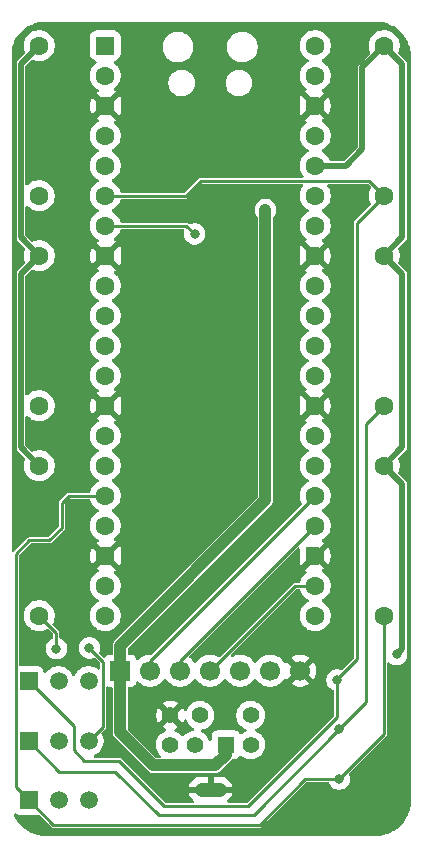
<source format=gbr>
%TF.GenerationSoftware,KiCad,Pcbnew,9.0.6*%
%TF.CreationDate,2025-11-18T00:54:51+10:00*%
%TF.ProjectId,PicoX68Key,5069636f-5836-4384-9b65-792e6b696361,rev?*%
%TF.SameCoordinates,Original*%
%TF.FileFunction,Copper,L2,Bot*%
%TF.FilePolarity,Positive*%
%FSLAX46Y46*%
G04 Gerber Fmt 4.6, Leading zero omitted, Abs format (unit mm)*
G04 Created by KiCad (PCBNEW 9.0.6) date 2025-11-18 00:54:51*
%MOMM*%
%LPD*%
G01*
G04 APERTURE LIST*
G04 Aperture macros list*
%AMRoundRect*
0 Rectangle with rounded corners*
0 $1 Rounding radius*
0 $2 $3 $4 $5 $6 $7 $8 $9 X,Y pos of 4 corners*
0 Add a 4 corners polygon primitive as box body*
4,1,4,$2,$3,$4,$5,$6,$7,$8,$9,$2,$3,0*
0 Add four circle primitives for the rounded corners*
1,1,$1+$1,$2,$3*
1,1,$1+$1,$4,$5*
1,1,$1+$1,$6,$7*
1,1,$1+$1,$8,$9*
0 Add four rect primitives between the rounded corners*
20,1,$1+$1,$2,$3,$4,$5,0*
20,1,$1+$1,$4,$5,$6,$7,0*
20,1,$1+$1,$6,$7,$8,$9,0*
20,1,$1+$1,$8,$9,$2,$3,0*%
%AMFreePoly0*
4,1,37,0.603843,0.796157,0.639018,0.796157,0.711114,0.766294,0.766294,0.711114,0.796157,0.639018,0.796157,0.603843,0.800000,0.600000,0.800000,-0.600000,0.796157,-0.603843,0.796157,-0.639018,0.766294,-0.711114,0.711114,-0.766294,0.639018,-0.796157,0.603843,-0.796157,0.600000,-0.800000,0.000000,-0.800000,0.000000,-0.796148,-0.078414,-0.796148,-0.232228,-0.765552,-0.377117,-0.705537,
-0.507515,-0.618408,-0.618408,-0.507515,-0.705537,-0.377117,-0.765552,-0.232228,-0.796148,-0.078414,-0.796148,0.078414,-0.765552,0.232228,-0.705537,0.377117,-0.618408,0.507515,-0.507515,0.618408,-0.377117,0.705537,-0.232228,0.765552,-0.078414,0.796148,0.000000,0.796148,0.000000,0.800000,0.600000,0.800000,0.603843,0.796157,0.603843,0.796157,$1*%
%AMFreePoly1*
4,1,37,0.000000,0.796148,0.078414,0.796148,0.232228,0.765552,0.377117,0.705537,0.507515,0.618408,0.618408,0.507515,0.705537,0.377117,0.765552,0.232228,0.796148,0.078414,0.796148,-0.078414,0.765552,-0.232228,0.705537,-0.377117,0.618408,-0.507515,0.507515,-0.618408,0.377117,-0.705537,0.232228,-0.765552,0.078414,-0.796148,0.000000,-0.796148,0.000000,-0.800000,-0.600000,-0.800000,
-0.603843,-0.796157,-0.639018,-0.796157,-0.711114,-0.766294,-0.766294,-0.711114,-0.796157,-0.639018,-0.796157,-0.603843,-0.800000,-0.600000,-0.800000,0.600000,-0.796157,0.603843,-0.796157,0.639018,-0.766294,0.711114,-0.711114,0.766294,-0.639018,0.796157,-0.603843,0.796157,-0.600000,0.800000,0.000000,0.800000,0.000000,0.796148,0.000000,0.796148,$1*%
G04 Aperture macros list end*
%TA.AperFunction,ComponentPad*%
%ADD10R,1.500000X1.500000*%
%TD*%
%TA.AperFunction,ComponentPad*%
%ADD11C,1.500000*%
%TD*%
%TA.AperFunction,ComponentPad*%
%ADD12C,1.600000*%
%TD*%
%TA.AperFunction,ComponentPad*%
%ADD13RoundRect,0.200000X-0.600000X-0.600000X0.600000X-0.600000X0.600000X0.600000X-0.600000X0.600000X0*%
%TD*%
%TA.AperFunction,ComponentPad*%
%ADD14FreePoly0,0.000000*%
%TD*%
%TA.AperFunction,ComponentPad*%
%ADD15FreePoly1,0.000000*%
%TD*%
%TA.AperFunction,ComponentPad*%
%ADD16R,1.700000X1.700000*%
%TD*%
%TA.AperFunction,ComponentPad*%
%ADD17C,1.700000*%
%TD*%
%TA.AperFunction,ComponentPad*%
%ADD18R,1.408000X1.408000*%
%TD*%
%TA.AperFunction,ComponentPad*%
%ADD19C,1.408000*%
%TD*%
%TA.AperFunction,ComponentPad*%
%ADD20O,2.730000X1.230000*%
%TD*%
%TA.AperFunction,ViaPad*%
%ADD21C,0.800000*%
%TD*%
%TA.AperFunction,Conductor*%
%ADD22C,0.500000*%
%TD*%
%TA.AperFunction,Conductor*%
%ADD23C,1.000000*%
%TD*%
%TA.AperFunction,Conductor*%
%ADD24C,0.250000*%
%TD*%
G04 APERTURE END LIST*
D10*
%TO.P,Q2,1,S*%
%TO.N,KB_RX_L*%
X68450000Y-141447000D03*
D11*
%TO.P,Q2,2,G*%
%TO.N,3V3*%
X70990000Y-141447000D03*
%TO.P,Q2,3,D*%
%TO.N,KB_RX_H*%
X73530000Y-141447000D03*
%TD*%
D12*
%TO.P,R3,1*%
%TO.N,VBUS*%
X69342000Y-100330000D03*
%TO.P,R3,2*%
%TO.N,KB_RX_H*%
X69342000Y-113030000D03*
%TD*%
%TO.P,R2,1*%
%TO.N,3V3*%
X98552000Y-82550000D03*
%TO.P,R2,2*%
%TO.N,KB_TX_L*%
X98552000Y-95250000D03*
%TD*%
%TO.P,R5,1*%
%TO.N,VBUS*%
X69342000Y-118110000D03*
%TO.P,R5,2*%
%TO.N,MS_TX_H*%
X69342000Y-130810000D03*
%TD*%
%TO.P,R1,1*%
%TO.N,VBUS*%
X69342000Y-82550000D03*
%TO.P,R1,2*%
%TO.N,KB_TX_H*%
X69342000Y-95250000D03*
%TD*%
D13*
%TO.P,U1,1,GPIO0*%
%TO.N,unconnected-(U1-GPIO0-Pad1)*%
X74930000Y-82550000D03*
D12*
%TO.P,U1,2,GPIO1*%
%TO.N,unconnected-(U1-GPIO1-Pad2)*%
X74930000Y-85090000D03*
D14*
%TO.P,U1,3,GND*%
%TO.N,GND*%
X74930000Y-87630000D03*
D12*
%TO.P,U1,4,GPIO2*%
%TO.N,unconnected-(U1-GPIO2-Pad4)*%
X74930000Y-90170000D03*
%TO.P,U1,5,GPIO3*%
%TO.N,unconnected-(U1-GPIO3-Pad5)_1*%
X74930000Y-92710000D03*
%TO.P,U1,6,GPIO4*%
%TO.N,KB_TX_L*%
X74930000Y-95250000D03*
%TO.P,U1,7,GPIO5*%
%TO.N,KB_RX_L*%
X74930000Y-97790000D03*
D14*
%TO.P,U1,8,GND*%
%TO.N,GND*%
X74930000Y-100330000D03*
D12*
%TO.P,U1,9,GPIO6*%
%TO.N,unconnected-(U1-GPIO6-Pad9)*%
X74930000Y-102870000D03*
%TO.P,U1,10,GPIO7*%
%TO.N,unconnected-(U1-GPIO7-Pad10)_1*%
X74930000Y-105410000D03*
%TO.P,U1,11,GPIO8*%
%TO.N,unconnected-(U1-GPIO8-Pad11)*%
X74930000Y-107950000D03*
%TO.P,U1,12,GPIO9*%
%TO.N,unconnected-(U1-GPIO9-Pad12)*%
X74930000Y-110490000D03*
D14*
%TO.P,U1,13,GND*%
%TO.N,GND*%
X74930000Y-113030000D03*
D12*
%TO.P,U1,14,GPIO10*%
%TO.N,unconnected-(U1-GPIO10-Pad14)*%
X74930000Y-115570000D03*
%TO.P,U1,15,GPIO11*%
%TO.N,unconnected-(U1-GPIO11-Pad15)*%
X74930000Y-118110000D03*
%TO.P,U1,16,GPIO12*%
%TO.N,MS_TX_L*%
X74930000Y-120650000D03*
%TO.P,U1,17,GPIO13*%
%TO.N,unconnected-(U1-GPIO13-Pad17)_1*%
X74930000Y-123190000D03*
D14*
%TO.P,U1,18,GND*%
%TO.N,GND*%
X74930000Y-125730000D03*
D12*
%TO.P,U1,19,GPIO14*%
%TO.N,unconnected-(U1-GPIO14-Pad19)*%
X74930000Y-128270000D03*
%TO.P,U1,20,GPIO15*%
%TO.N,unconnected-(U1-GPIO15-Pad20)_1*%
X74930000Y-130810000D03*
%TO.P,U1,21,GPIO16*%
%TO.N,unconnected-(U1-GPIO16-Pad21)_1*%
X92710000Y-130810000D03*
%TO.P,U1,22,GPIO17*%
%TO.N,CS*%
X92710000Y-128270000D03*
D15*
%TO.P,U1,23,GND*%
%TO.N,GND*%
X92710000Y-125730000D03*
D12*
%TO.P,U1,24,GPIO18*%
%TO.N,SCL*%
X92710000Y-123190000D03*
%TO.P,U1,25,GPIO19*%
%TO.N,MOSI*%
X92710000Y-120650000D03*
%TO.P,U1,26,GPIO20*%
%TO.N,unconnected-(U1-GPIO20-Pad26)*%
X92710000Y-118110000D03*
%TO.P,U1,27,GPIO21*%
%TO.N,unconnected-(U1-GPIO21-Pad27)*%
X92710000Y-115570000D03*
D15*
%TO.P,U1,28,GND*%
%TO.N,GND*%
X92710000Y-113030000D03*
D12*
%TO.P,U1,29,GPIO22*%
%TO.N,unconnected-(U1-GPIO22-Pad29)*%
X92710000Y-110490000D03*
%TO.P,U1,30,RUN*%
%TO.N,unconnected-(U1-RUN-Pad30)_1*%
X92710000Y-107950000D03*
%TO.P,U1,31,GPIO26_ADC0*%
%TO.N,unconnected-(U1-GPIO26_ADC0-Pad31)_1*%
X92710000Y-105410000D03*
%TO.P,U1,32,GPIO27_ADC1*%
%TO.N,unconnected-(U1-GPIO27_ADC1-Pad32)*%
X92710000Y-102870000D03*
D15*
%TO.P,U1,33,AGND*%
%TO.N,GND*%
X92710000Y-100330000D03*
D12*
%TO.P,U1,34,GPIO28_ADC2*%
%TO.N,unconnected-(U1-GPIO28_ADC2-Pad34)_1*%
X92710000Y-97790000D03*
%TO.P,U1,35,ADC_VREF*%
%TO.N,unconnected-(U1-ADC_VREF-Pad35)_1*%
X92710000Y-95250000D03*
%TO.P,U1,36,3V3*%
%TO.N,3V3*%
X92710000Y-92710000D03*
%TO.P,U1,37,3V3_EN*%
%TO.N,unconnected-(U1-3V3_EN-Pad37)*%
X92710000Y-90170000D03*
D15*
%TO.P,U1,38,GND*%
%TO.N,GND*%
X92710000Y-87630000D03*
D12*
%TO.P,U1,39,VSYS*%
%TO.N,unconnected-(U1-VSYS-Pad39)*%
X92710000Y-85090000D03*
%TO.P,U1,40,VBUS*%
%TO.N,VBUS*%
X92710000Y-82550000D03*
%TD*%
D10*
%TO.P,Q3,1,S*%
%TO.N,MS_TX_L*%
X68450000Y-146421000D03*
D11*
%TO.P,Q3,2,G*%
%TO.N,3V3*%
X70990000Y-146421000D03*
%TO.P,Q3,3,D*%
%TO.N,MS_TX_H*%
X73530000Y-146421000D03*
%TD*%
D16*
%TO.P,J1,1,Pin_1*%
%TO.N,VBUS*%
X76200000Y-135475000D03*
D17*
%TO.P,J1,2,Pin_2*%
%TO.N,MOSI*%
X78740000Y-135475000D03*
%TO.P,J1,3,Pin_3*%
%TO.N,SCL*%
X81280000Y-135475000D03*
%TO.P,J1,4,Pin_4*%
%TO.N,CS*%
X83820000Y-135475000D03*
%TO.P,J1,5,Pin_5*%
%TO.N,unconnected-(J1-Pin_5-Pad5)*%
X86360000Y-135475000D03*
%TO.P,J1,6,Pin_6*%
%TO.N,3V3*%
X88900000Y-135475000D03*
%TO.P,J1,7,Pin_7*%
%TO.N,GND*%
X91440000Y-135475000D03*
%TD*%
D12*
%TO.P,R6,1*%
%TO.N,3V3*%
X98552000Y-118110000D03*
%TO.P,R6,2*%
%TO.N,MS_TX_L*%
X98552000Y-130810000D03*
%TD*%
%TO.P,R4,1*%
%TO.N,3V3*%
X98552000Y-100330000D03*
%TO.P,R4,2*%
%TO.N,KB_RX_L*%
X98552000Y-113030000D03*
%TD*%
D18*
%TO.P,J2,1,1*%
%TO.N,VBUS*%
X85150000Y-141750000D03*
D19*
%TO.P,J2,2,2*%
%TO.N,MS_TX_H*%
X82550000Y-141750000D03*
%TO.P,J2,3,3*%
%TO.N,KB_TX_H*%
X87250000Y-141750000D03*
%TO.P,J2,4,4*%
%TO.N,KB_RX_H*%
X80450000Y-141750000D03*
%TO.P,J2,5,5*%
%TO.N,unconnected-(J2-Pad5)*%
X87250000Y-139250000D03*
%TO.P,J2,6,6*%
%TO.N,unconnected-(J2-Pad6)*%
X82950000Y-139250000D03*
%TO.P,J2,7,7*%
%TO.N,GND*%
X80450000Y-139250000D03*
D20*
%TO.P,J2,S1,SHIELD*%
X83850000Y-145550000D03*
%TD*%
D10*
%TO.P,Q1,1,S*%
%TO.N,KB_TX_L*%
X68450000Y-136350000D03*
D11*
%TO.P,Q1,2,G*%
%TO.N,3V3*%
X70990000Y-136350000D03*
%TO.P,Q1,3,D*%
%TO.N,KB_TX_H*%
X73530000Y-136350000D03*
%TD*%
D21*
%TO.N,VBUS*%
X88500000Y-96450000D03*
%TO.N,MS_TX_H*%
X70800000Y-133600000D03*
%TO.N,KB_RX_H*%
X73600000Y-133550000D03*
%TO.N,KB_TX_L*%
X94550000Y-136250000D03*
%TO.N,3V3*%
X99600000Y-134100000D03*
%TO.N,KB_RX_L*%
X94750000Y-140400000D03*
X82500000Y-98500000D03*
%TO.N,MS_TX_L*%
X94750000Y-144650000D03*
%TD*%
D22*
%TO.N,VBUS*%
X67800000Y-84092000D02*
X67800000Y-98788000D01*
D23*
X88500000Y-121050000D02*
X76200000Y-133350000D01*
X76200000Y-135475000D02*
X76200000Y-140700000D01*
D22*
X69342000Y-100330000D02*
X67800000Y-101872000D01*
D23*
X85150000Y-141750000D02*
X85150000Y-142600000D01*
D22*
X67800000Y-98788000D02*
X69342000Y-100330000D01*
X67800000Y-116568000D02*
X69342000Y-118110000D01*
D23*
X76200000Y-133350000D02*
X76200000Y-135475000D01*
X84250000Y-143500000D02*
X79000000Y-143500000D01*
X76200000Y-140700000D02*
X79000000Y-143500000D01*
D22*
X67800000Y-101872000D02*
X67800000Y-116568000D01*
D23*
X88500000Y-96450000D02*
X88500000Y-121050000D01*
X85150000Y-142600000D02*
X84250000Y-143500000D01*
D22*
X69342000Y-82550000D02*
X67800000Y-84092000D01*
D24*
%TO.N,MS_TX_H*%
X70800000Y-132268000D02*
X70800000Y-133600000D01*
X69342000Y-130810000D02*
X70800000Y-132268000D01*
%TO.N,KB_RX_H*%
X74750000Y-134700000D02*
X74750000Y-140227000D01*
X74750000Y-140227000D02*
X73530000Y-141447000D01*
X73600000Y-133550000D02*
X74750000Y-134700000D01*
%TO.N,KB_TX_L*%
X94550000Y-136200000D02*
X96250000Y-134500000D01*
X79900000Y-146900000D02*
X87050000Y-146900000D01*
X73150000Y-143100000D02*
X76100000Y-143100000D01*
X97302000Y-94000000D02*
X98552000Y-95250000D01*
X68450000Y-136350000D02*
X72250000Y-140150000D01*
X74930000Y-95250000D02*
X81750000Y-95250000D01*
X83000000Y-94000000D02*
X97302000Y-94000000D01*
X87050000Y-146900000D02*
X94550000Y-139400000D01*
X81750000Y-95250000D02*
X83000000Y-94000000D01*
X96250000Y-97552000D02*
X98552000Y-95250000D01*
X94550000Y-136250000D02*
X94550000Y-136200000D01*
X72250000Y-142200000D02*
X73150000Y-143100000D01*
X76100000Y-143100000D02*
X79900000Y-146900000D01*
X72250000Y-140150000D02*
X72250000Y-142200000D01*
X96250000Y-134500000D02*
X96250000Y-97552000D01*
X69000000Y-136360000D02*
X69000000Y-136585000D01*
X94550000Y-139400000D02*
X94550000Y-136250000D01*
D22*
%TO.N,3V3*%
X100100000Y-101878000D02*
X100100000Y-116562000D01*
X98552000Y-82550000D02*
X96700000Y-84402000D01*
X100100000Y-116562000D02*
X98552000Y-118110000D01*
X100100000Y-133600000D02*
X99600000Y-134100000D01*
X96700000Y-84402000D02*
X96700000Y-91300000D01*
X98552000Y-118110000D02*
X100100000Y-119658000D01*
X98552000Y-82550000D02*
X100100000Y-84098000D01*
X100100000Y-98782000D02*
X98552000Y-100330000D01*
X100100000Y-84098000D02*
X100100000Y-98782000D01*
X95290000Y-92710000D02*
X92710000Y-92710000D01*
X100100000Y-119658000D02*
X100100000Y-133600000D01*
X98552000Y-100330000D02*
X100100000Y-101878000D01*
X96700000Y-91300000D02*
X95290000Y-92710000D01*
D24*
%TO.N,KB_RX_L*%
X97000000Y-138150000D02*
X97000000Y-114582000D01*
X79450000Y-147700000D02*
X75800000Y-144050000D01*
X81790000Y-97790000D02*
X82500000Y-98500000D01*
X74930000Y-97790000D02*
X81790000Y-97790000D01*
X71053000Y-144050000D02*
X68450000Y-141447000D01*
X69000000Y-141457000D02*
X69000000Y-141682000D01*
X94750000Y-140400000D02*
X87550000Y-147700000D01*
X94750000Y-140400000D02*
X97000000Y-138150000D01*
X87550000Y-147700000D02*
X79450000Y-147700000D01*
X97000000Y-114582000D02*
X98552000Y-113030000D01*
X75800000Y-144050000D02*
X71053000Y-144050000D01*
%TO.N,MS_TX_L*%
X71250000Y-123400000D02*
X70200000Y-124450000D01*
X70200000Y-124450000D02*
X68500000Y-124450000D01*
X70529000Y-148500000D02*
X88004860Y-148500000D01*
X68500000Y-124450000D02*
X67355000Y-125595000D01*
X67355000Y-125595000D02*
X67355000Y-145326000D01*
X88004860Y-148500000D02*
X91854860Y-144650000D01*
X67355000Y-145326000D02*
X68450000Y-146421000D01*
X74930000Y-120650000D02*
X71850000Y-120650000D01*
X91854860Y-144650000D02*
X94750000Y-144650000D01*
X94750000Y-144650000D02*
X98552000Y-140848000D01*
X71250000Y-121250000D02*
X71250000Y-123400000D01*
X68450000Y-146421000D02*
X68765000Y-146421000D01*
X68450000Y-146421000D02*
X70529000Y-148500000D01*
X71850000Y-120650000D02*
X71250000Y-121250000D01*
X98552000Y-140848000D02*
X98552000Y-130810000D01*
X69000000Y-146431000D02*
X69000000Y-146656000D01*
%TO.N,SCL*%
X92710000Y-123190000D02*
X81280000Y-134620000D01*
X81280000Y-134620000D02*
X81280000Y-135475000D01*
%TO.N,CS*%
X91025000Y-128270000D02*
X83820000Y-135475000D01*
X92710000Y-128270000D02*
X91025000Y-128270000D01*
%TO.N,MOSI*%
X78740000Y-134620000D02*
X78740000Y-135475000D01*
X92710000Y-120650000D02*
X78740000Y-134620000D01*
%TD*%
%TA.AperFunction,Conductor*%
%TO.N,GND*%
G36*
X97841243Y-80518669D02*
G01*
X98118182Y-80533184D01*
X98125575Y-80533794D01*
X98187875Y-80540813D01*
X98193353Y-80541555D01*
X98435128Y-80579848D01*
X98443289Y-80581423D01*
X98498830Y-80594100D01*
X98503181Y-80595179D01*
X98746157Y-80660284D01*
X98754999Y-80663013D01*
X98797629Y-80677930D01*
X98801079Y-80679195D01*
X99047378Y-80773739D01*
X99056711Y-80777770D01*
X99077307Y-80787689D01*
X99079754Y-80788900D01*
X99331968Y-80917411D01*
X99343203Y-80923898D01*
X99595608Y-81087812D01*
X99606109Y-81095441D01*
X99840010Y-81284850D01*
X99849655Y-81293535D01*
X100062464Y-81506344D01*
X100071149Y-81515989D01*
X100260558Y-81749890D01*
X100268187Y-81760391D01*
X100432101Y-82012796D01*
X100438591Y-82024036D01*
X100567075Y-82276199D01*
X100568309Y-82278691D01*
X100578223Y-82299277D01*
X100582268Y-82308643D01*
X100676791Y-82554887D01*
X100678068Y-82558369D01*
X100692985Y-82600999D01*
X100695719Y-82609860D01*
X100760806Y-82852766D01*
X100761919Y-82857257D01*
X100761922Y-82857268D01*
X100761923Y-82857270D01*
X100774569Y-82912681D01*
X100776150Y-82920872D01*
X100798473Y-83061804D01*
X100800000Y-83081203D01*
X100800000Y-146915795D01*
X100798473Y-146935194D01*
X100776150Y-147076126D01*
X100774569Y-147084317D01*
X100761923Y-147139728D01*
X100760806Y-147144232D01*
X100695719Y-147387138D01*
X100692985Y-147395999D01*
X100678068Y-147438629D01*
X100676791Y-147442111D01*
X100582268Y-147688355D01*
X100578223Y-147697721D01*
X100568309Y-147718307D01*
X100567075Y-147720799D01*
X100438591Y-147972964D01*
X100432105Y-147984197D01*
X100346881Y-148115432D01*
X100268187Y-148236609D01*
X100260558Y-148247109D01*
X100071149Y-148481010D01*
X100062464Y-148490655D01*
X99849655Y-148703464D01*
X99840010Y-148712149D01*
X99606109Y-148901558D01*
X99595609Y-148909187D01*
X99343197Y-149073105D01*
X99331964Y-149079591D01*
X99079799Y-149208075D01*
X99077307Y-149209309D01*
X99056721Y-149219223D01*
X99047355Y-149223268D01*
X98801111Y-149317791D01*
X98797629Y-149319068D01*
X98754999Y-149333985D01*
X98746138Y-149336719D01*
X98503232Y-149401806D01*
X98498729Y-149402923D01*
X98443319Y-149415569D01*
X98435126Y-149417150D01*
X98193371Y-149455440D01*
X98187856Y-149456187D01*
X98125574Y-149463204D01*
X98118182Y-149463814D01*
X97841244Y-149478330D01*
X97834753Y-149478500D01*
X69932246Y-149478500D01*
X69925757Y-149478330D01*
X69915676Y-149477801D01*
X69648816Y-149463814D01*
X69641424Y-149463204D01*
X69579142Y-149456187D01*
X69573627Y-149455440D01*
X69331872Y-149417150D01*
X69323679Y-149415569D01*
X69295044Y-149409033D01*
X69268245Y-149402917D01*
X69263766Y-149401806D01*
X69020860Y-149336719D01*
X69011999Y-149333985D01*
X68969369Y-149319068D01*
X68965887Y-149317791D01*
X68719643Y-149223268D01*
X68710277Y-149219223D01*
X68689691Y-149209309D01*
X68687199Y-149208075D01*
X68435036Y-149079591D01*
X68423796Y-149073101D01*
X68171391Y-148909187D01*
X68160890Y-148901558D01*
X67926989Y-148712149D01*
X67917344Y-148703464D01*
X67704535Y-148490655D01*
X67695850Y-148481010D01*
X67506441Y-148247109D01*
X67498812Y-148236608D01*
X67493102Y-148227815D01*
X67334896Y-147984199D01*
X67328408Y-147972963D01*
X67318155Y-147952840D01*
X67203992Y-147728784D01*
X67191097Y-147660118D01*
X67217373Y-147595378D01*
X67274479Y-147555120D01*
X67344285Y-147552128D01*
X67388788Y-147573224D01*
X67453796Y-147621889D01*
X67590799Y-147672989D01*
X67617551Y-147675865D01*
X67651345Y-147679499D01*
X67651362Y-147679500D01*
X69248638Y-147679500D01*
X69248649Y-147679499D01*
X69257948Y-147678499D01*
X69282446Y-147675865D01*
X69351204Y-147688269D01*
X69383384Y-147711473D01*
X70385970Y-148714059D01*
X70478775Y-148752500D01*
X70478777Y-148752500D01*
X88055083Y-148752500D01*
X88055085Y-148752500D01*
X88147890Y-148714059D01*
X91923130Y-144938819D01*
X91984453Y-144905334D01*
X92010811Y-144902500D01*
X93788381Y-144902500D01*
X93855420Y-144922185D01*
X93901175Y-144974989D01*
X93902942Y-144979047D01*
X93944896Y-145080332D01*
X93944901Y-145080342D01*
X94044321Y-145229134D01*
X94044324Y-145229138D01*
X94170861Y-145355675D01*
X94170865Y-145355678D01*
X94319657Y-145455098D01*
X94319661Y-145455100D01*
X94319664Y-145455102D01*
X94485000Y-145523587D01*
X94660516Y-145558499D01*
X94660520Y-145558500D01*
X94660521Y-145558500D01*
X94839480Y-145558500D01*
X94839481Y-145558499D01*
X95015000Y-145523587D01*
X95180336Y-145455102D01*
X95329135Y-145355678D01*
X95455678Y-145229135D01*
X95555102Y-145080336D01*
X95623587Y-144915000D01*
X95658500Y-144739479D01*
X95658500Y-144560521D01*
X95623587Y-144385000D01*
X95581631Y-144283710D01*
X95574162Y-144214241D01*
X95605437Y-144151761D01*
X95608482Y-144148605D01*
X98766059Y-140991030D01*
X98804500Y-140898225D01*
X98804500Y-140797775D01*
X98804500Y-134888676D01*
X98824185Y-134821637D01*
X98876989Y-134775882D01*
X98946147Y-134765938D01*
X99009703Y-134794963D01*
X99016181Y-134800995D01*
X99020861Y-134805675D01*
X99020865Y-134805678D01*
X99169657Y-134905098D01*
X99169661Y-134905100D01*
X99169664Y-134905102D01*
X99335000Y-134973587D01*
X99510516Y-135008499D01*
X99510520Y-135008500D01*
X99510521Y-135008500D01*
X99689480Y-135008500D01*
X99689481Y-135008499D01*
X99865000Y-134973587D01*
X100030336Y-134905102D01*
X100179135Y-134805678D01*
X100305678Y-134679135D01*
X100405102Y-134530336D01*
X100473587Y-134365000D01*
X100508500Y-134189479D01*
X100508500Y-134010521D01*
X100473587Y-133835000D01*
X100461921Y-133806838D01*
X100454453Y-133737370D01*
X100456702Y-133727316D01*
X100477500Y-133649699D01*
X100477500Y-133550301D01*
X100477500Y-119608301D01*
X100451774Y-119512291D01*
X100451774Y-119512290D01*
X100451774Y-119512289D01*
X100402078Y-119426213D01*
X100402074Y-119426208D01*
X99768769Y-118792903D01*
X99735284Y-118731580D01*
X99740268Y-118661888D01*
X99745961Y-118648936D01*
X99764634Y-118612290D01*
X99828280Y-118416408D01*
X99860500Y-118212981D01*
X99860500Y-118007019D01*
X99828280Y-117803592D01*
X99828279Y-117803590D01*
X99808592Y-117743001D01*
X99764634Y-117607710D01*
X99764631Y-117607706D01*
X99764631Y-117607703D01*
X99745966Y-117571072D01*
X99733069Y-117502403D01*
X99759344Y-117437662D01*
X99768759Y-117427105D01*
X100402076Y-116793790D01*
X100451774Y-116707710D01*
X100477500Y-116611699D01*
X100477500Y-116512301D01*
X100477500Y-101828301D01*
X100451775Y-101732294D01*
X100451774Y-101732289D01*
X100402078Y-101646213D01*
X100402074Y-101646208D01*
X99768769Y-101012903D01*
X99735284Y-100951580D01*
X99740268Y-100881888D01*
X99745961Y-100868936D01*
X99764634Y-100832290D01*
X99828280Y-100636408D01*
X99860500Y-100432981D01*
X99860500Y-100227019D01*
X99828280Y-100023592D01*
X99828279Y-100023590D01*
X99789223Y-99903387D01*
X99764634Y-99827710D01*
X99764631Y-99827706D01*
X99764631Y-99827703D01*
X99745966Y-99791072D01*
X99733069Y-99722403D01*
X99759344Y-99657662D01*
X99768759Y-99647105D01*
X100402076Y-99013790D01*
X100451774Y-98927710D01*
X100477500Y-98831699D01*
X100477500Y-98732301D01*
X100477500Y-84048301D01*
X100475892Y-84042301D01*
X100451774Y-83952290D01*
X100439185Y-83930485D01*
X100402080Y-83866216D01*
X100402074Y-83866208D01*
X99768769Y-83232903D01*
X99735284Y-83171580D01*
X99740268Y-83101888D01*
X99745961Y-83088936D01*
X99764634Y-83052290D01*
X99828280Y-82856408D01*
X99860500Y-82652981D01*
X99860500Y-82447019D01*
X99833826Y-82278608D01*
X99828280Y-82243591D01*
X99764632Y-82047705D01*
X99712922Y-81946220D01*
X99671129Y-81864197D01*
X99588081Y-81749890D01*
X99550073Y-81697576D01*
X99550069Y-81697571D01*
X99404428Y-81551930D01*
X99404423Y-81551926D01*
X99237806Y-81430873D01*
X99237805Y-81430872D01*
X99237803Y-81430871D01*
X99164290Y-81393414D01*
X99054294Y-81337367D01*
X98858408Y-81273719D01*
X98682794Y-81245905D01*
X98654981Y-81241500D01*
X98449019Y-81241500D01*
X98424550Y-81245375D01*
X98245591Y-81273719D01*
X98049705Y-81337367D01*
X97866193Y-81430873D01*
X97699576Y-81551926D01*
X97699571Y-81551930D01*
X97553930Y-81697571D01*
X97553926Y-81697576D01*
X97432873Y-81864193D01*
X97339367Y-82047705D01*
X97275719Y-82243591D01*
X97243500Y-82447019D01*
X97243500Y-82652980D01*
X97275719Y-82856408D01*
X97339368Y-83052297D01*
X97358033Y-83088928D01*
X97370929Y-83157597D01*
X97344652Y-83222337D01*
X97335229Y-83232903D01*
X96397927Y-84170207D01*
X96397925Y-84170210D01*
X96348226Y-84256289D01*
X96328533Y-84329788D01*
X96328532Y-84329791D01*
X96322500Y-84352300D01*
X96322500Y-91092273D01*
X96302815Y-91159312D01*
X96286181Y-91179954D01*
X95169954Y-92296181D01*
X95108631Y-92329666D01*
X95082273Y-92332500D01*
X94053272Y-92332500D01*
X93986233Y-92312815D01*
X93940478Y-92260011D01*
X93935341Y-92246819D01*
X93922632Y-92207705D01*
X93888709Y-92141128D01*
X93829129Y-92024197D01*
X93813661Y-92002908D01*
X93708073Y-91857576D01*
X93708069Y-91857571D01*
X93562428Y-91711930D01*
X93562423Y-91711926D01*
X93395806Y-91590873D01*
X93395805Y-91590872D01*
X93395803Y-91590871D01*
X93316540Y-91550484D01*
X93265745Y-91502510D01*
X93248950Y-91434689D01*
X93271487Y-91368554D01*
X93316541Y-91329515D01*
X93395803Y-91289129D01*
X93562430Y-91168068D01*
X93708068Y-91022430D01*
X93829129Y-90855803D01*
X93922634Y-90672290D01*
X93986280Y-90476408D01*
X94018500Y-90272981D01*
X94018500Y-90067019D01*
X93986280Y-89863592D01*
X93922634Y-89667710D01*
X93922632Y-89667707D01*
X93922632Y-89667705D01*
X93888709Y-89601128D01*
X93829129Y-89484197D01*
X93813661Y-89462908D01*
X93708073Y-89317576D01*
X93708069Y-89317571D01*
X93562428Y-89171930D01*
X93562423Y-89171926D01*
X93395806Y-89050873D01*
X93395805Y-89050872D01*
X93395803Y-89050871D01*
X93314303Y-89009344D01*
X93263508Y-88961370D01*
X93246713Y-88893549D01*
X93269251Y-88827414D01*
X93312146Y-88789502D01*
X93369504Y-88758843D01*
X93369515Y-88758837D01*
X93438913Y-88712465D01*
X92839410Y-88112962D01*
X92902993Y-88095925D01*
X93017007Y-88030099D01*
X93110099Y-87937007D01*
X93175925Y-87822993D01*
X93192962Y-87759410D01*
X93792465Y-88358913D01*
X93838837Y-88289515D01*
X93838838Y-88289511D01*
X93885509Y-88202198D01*
X93945814Y-88056612D01*
X93974555Y-87961864D01*
X94005298Y-87807302D01*
X94005298Y-87807299D01*
X94015000Y-87708789D01*
X94015000Y-87551210D01*
X94005298Y-87452700D01*
X94005298Y-87452697D01*
X93974555Y-87298135D01*
X93945814Y-87203387D01*
X93885509Y-87057801D01*
X93838844Y-86970498D01*
X93838838Y-86970488D01*
X93792465Y-86901085D01*
X93192962Y-87500588D01*
X93175925Y-87437007D01*
X93110099Y-87322993D01*
X93017007Y-87229901D01*
X92902993Y-87164075D01*
X92839410Y-87147037D01*
X93438912Y-86547534D01*
X93369511Y-86501161D01*
X93369500Y-86501155D01*
X93312145Y-86470497D01*
X93262301Y-86421534D01*
X93246841Y-86353396D01*
X93270673Y-86287716D01*
X93314303Y-86250655D01*
X93395803Y-86209129D01*
X93562430Y-86088068D01*
X93708068Y-85942430D01*
X93829129Y-85775803D01*
X93922634Y-85592290D01*
X93986280Y-85396408D01*
X94018500Y-85192981D01*
X94018500Y-84987019D01*
X93986280Y-84783592D01*
X93922634Y-84587710D01*
X93922632Y-84587707D01*
X93922632Y-84587705D01*
X93888709Y-84521128D01*
X93829129Y-84404197D01*
X93757587Y-84305727D01*
X93708073Y-84237576D01*
X93708069Y-84237571D01*
X93562428Y-84091930D01*
X93562423Y-84091926D01*
X93395806Y-83970873D01*
X93395805Y-83970872D01*
X93395803Y-83970871D01*
X93316540Y-83930484D01*
X93265745Y-83882510D01*
X93248950Y-83814689D01*
X93271487Y-83748554D01*
X93316541Y-83709515D01*
X93395803Y-83669129D01*
X93562430Y-83548068D01*
X93708068Y-83402430D01*
X93829129Y-83235803D01*
X93922634Y-83052290D01*
X93986280Y-82856408D01*
X94018500Y-82652981D01*
X94018500Y-82447019D01*
X93991826Y-82278608D01*
X93986280Y-82243591D01*
X93922632Y-82047705D01*
X93870922Y-81946220D01*
X93829129Y-81864197D01*
X93746081Y-81749890D01*
X93708073Y-81697576D01*
X93708069Y-81697571D01*
X93562428Y-81551930D01*
X93562423Y-81551926D01*
X93395806Y-81430873D01*
X93395805Y-81430872D01*
X93395803Y-81430871D01*
X93322290Y-81393414D01*
X93212294Y-81337367D01*
X93016408Y-81273719D01*
X92840794Y-81245905D01*
X92812981Y-81241500D01*
X92607019Y-81241500D01*
X92582550Y-81245375D01*
X92403591Y-81273719D01*
X92207705Y-81337367D01*
X92024193Y-81430873D01*
X91857576Y-81551926D01*
X91857571Y-81551930D01*
X91711930Y-81697571D01*
X91711926Y-81697576D01*
X91590873Y-81864193D01*
X91497367Y-82047705D01*
X91433719Y-82243591D01*
X91401500Y-82447019D01*
X91401500Y-82652980D01*
X91433719Y-82856408D01*
X91497367Y-83052294D01*
X91551023Y-83157597D01*
X91589393Y-83232903D01*
X91590873Y-83235806D01*
X91711926Y-83402423D01*
X91711930Y-83402428D01*
X91857571Y-83548069D01*
X91857576Y-83548073D01*
X92024195Y-83669128D01*
X92103459Y-83709516D01*
X92154254Y-83757490D01*
X92171049Y-83825311D01*
X92148511Y-83891446D01*
X92103459Y-83930484D01*
X92024195Y-83970871D01*
X91857576Y-84091926D01*
X91857571Y-84091930D01*
X91711930Y-84237571D01*
X91711926Y-84237576D01*
X91590873Y-84404193D01*
X91497367Y-84587705D01*
X91433719Y-84783591D01*
X91401500Y-84987019D01*
X91401500Y-85192980D01*
X91433719Y-85396408D01*
X91497367Y-85592294D01*
X91590873Y-85775806D01*
X91711926Y-85942423D01*
X91711930Y-85942428D01*
X91711932Y-85942430D01*
X91857570Y-86088068D01*
X91929513Y-86140337D01*
X91972178Y-86195666D01*
X91978157Y-86265279D01*
X91945552Y-86327075D01*
X91887299Y-86360802D01*
X91876972Y-86363438D01*
X91876962Y-86363441D01*
X91820415Y-86386863D01*
X92580589Y-87147037D01*
X92517007Y-87164075D01*
X92402993Y-87229901D01*
X92309901Y-87322993D01*
X92244075Y-87437007D01*
X92227037Y-87500589D01*
X91466863Y-86740415D01*
X91466862Y-86740415D01*
X91443446Y-86796947D01*
X91443431Y-86796987D01*
X91425457Y-86847939D01*
X91425455Y-86847946D01*
X91405000Y-86990219D01*
X91405000Y-88269785D01*
X91407893Y-88323762D01*
X91407893Y-88323764D01*
X91443438Y-88463030D01*
X91443442Y-88463043D01*
X91466862Y-88519584D01*
X92227037Y-87759410D01*
X92244075Y-87822993D01*
X92309901Y-87937007D01*
X92402993Y-88030099D01*
X92517007Y-88095925D01*
X92580589Y-88112962D01*
X91820414Y-88873135D01*
X91876960Y-88896557D01*
X91876964Y-88896559D01*
X91896459Y-88903436D01*
X91953132Y-88944301D01*
X91978715Y-89009319D01*
X91965086Y-89077846D01*
X91928095Y-89120692D01*
X91857571Y-89171930D01*
X91711930Y-89317571D01*
X91711926Y-89317576D01*
X91590873Y-89484193D01*
X91497367Y-89667705D01*
X91433719Y-89863591D01*
X91401500Y-90067019D01*
X91401500Y-90272980D01*
X91433719Y-90476408D01*
X91497367Y-90672294D01*
X91590873Y-90855806D01*
X91711926Y-91022423D01*
X91711930Y-91022428D01*
X91857571Y-91168069D01*
X91857576Y-91168073D01*
X92024195Y-91289128D01*
X92103459Y-91329516D01*
X92154254Y-91377490D01*
X92171049Y-91445311D01*
X92148511Y-91511446D01*
X92103459Y-91550484D01*
X92024195Y-91590871D01*
X91857576Y-91711926D01*
X91857571Y-91711930D01*
X91711930Y-91857571D01*
X91711926Y-91857576D01*
X91590873Y-92024193D01*
X91497367Y-92207705D01*
X91433719Y-92403591D01*
X91401500Y-92607019D01*
X91401500Y-92812980D01*
X91433719Y-93016408D01*
X91497367Y-93212294D01*
X91590873Y-93395806D01*
X91703347Y-93550615D01*
X91726827Y-93616421D01*
X91711001Y-93684475D01*
X91660895Y-93733170D01*
X91603029Y-93747500D01*
X82949773Y-93747500D01*
X82856969Y-93785941D01*
X82856968Y-93785942D01*
X81681730Y-94961181D01*
X81620407Y-94994666D01*
X81594049Y-94997500D01*
X76313887Y-94997500D01*
X76246848Y-94977815D01*
X76201093Y-94925011D01*
X76195956Y-94911818D01*
X76195368Y-94910010D01*
X76142634Y-94747710D01*
X76049129Y-94564197D01*
X75965714Y-94449385D01*
X75928073Y-94397576D01*
X75928069Y-94397571D01*
X75782428Y-94251930D01*
X75782423Y-94251926D01*
X75615806Y-94130873D01*
X75615805Y-94130872D01*
X75615803Y-94130871D01*
X75536540Y-94090484D01*
X75485745Y-94042510D01*
X75468950Y-93974689D01*
X75491487Y-93908554D01*
X75536541Y-93869515D01*
X75615803Y-93829129D01*
X75782430Y-93708068D01*
X75928068Y-93562430D01*
X76049129Y-93395803D01*
X76142634Y-93212290D01*
X76206280Y-93016408D01*
X76238500Y-92812981D01*
X76238500Y-92607019D01*
X76206280Y-92403592D01*
X76142634Y-92207710D01*
X76142632Y-92207707D01*
X76142632Y-92207705D01*
X76108709Y-92141128D01*
X76049129Y-92024197D01*
X76033661Y-92002908D01*
X75928073Y-91857576D01*
X75928069Y-91857571D01*
X75782428Y-91711930D01*
X75782423Y-91711926D01*
X75615806Y-91590873D01*
X75615805Y-91590872D01*
X75615803Y-91590871D01*
X75536540Y-91550484D01*
X75485745Y-91502510D01*
X75468950Y-91434689D01*
X75491487Y-91368554D01*
X75536541Y-91329515D01*
X75615803Y-91289129D01*
X75782430Y-91168068D01*
X75928068Y-91022430D01*
X76049129Y-90855803D01*
X76142634Y-90672290D01*
X76206280Y-90476408D01*
X76238500Y-90272981D01*
X76238500Y-90067019D01*
X76206280Y-89863592D01*
X76142634Y-89667710D01*
X76142632Y-89667707D01*
X76142632Y-89667705D01*
X76108709Y-89601128D01*
X76049129Y-89484197D01*
X76033661Y-89462908D01*
X75928073Y-89317576D01*
X75928069Y-89317571D01*
X75782430Y-89171932D01*
X75782422Y-89171926D01*
X75710486Y-89119662D01*
X75667821Y-89064333D01*
X75661842Y-88994719D01*
X75694447Y-88932924D01*
X75752710Y-88899195D01*
X75763040Y-88896558D01*
X75819584Y-88873136D01*
X75819584Y-88873135D01*
X75059410Y-88112962D01*
X75122993Y-88095925D01*
X75237007Y-88030099D01*
X75330099Y-87937007D01*
X75395925Y-87822993D01*
X75412962Y-87759411D01*
X76173135Y-88519584D01*
X76173136Y-88519584D01*
X76196552Y-88463053D01*
X76214544Y-88412053D01*
X76234999Y-88269780D01*
X76235000Y-88269779D01*
X76235000Y-86990224D01*
X76234999Y-86990204D01*
X76232106Y-86936237D01*
X76232106Y-86936235D01*
X76196561Y-86796969D01*
X76196559Y-86796962D01*
X76173135Y-86740414D01*
X75412962Y-87500588D01*
X75395925Y-87437007D01*
X75330099Y-87322993D01*
X75237007Y-87229901D01*
X75122993Y-87164075D01*
X75059410Y-87147037D01*
X75819584Y-86386862D01*
X75763059Y-86363449D01*
X75763048Y-86363445D01*
X75743535Y-86356561D01*
X75686864Y-86315694D01*
X75661283Y-86250675D01*
X75674915Y-86182148D01*
X75711905Y-86139307D01*
X75782430Y-86088068D01*
X75928068Y-85942430D01*
X76049129Y-85775803D01*
X76127791Y-85621421D01*
X80269500Y-85621421D01*
X80269500Y-85798578D01*
X80297214Y-85973556D01*
X80351956Y-86142039D01*
X80351957Y-86142042D01*
X80414751Y-86265279D01*
X80432386Y-86299890D01*
X80536517Y-86443214D01*
X80661786Y-86568483D01*
X80805110Y-86672614D01*
X80882529Y-86712061D01*
X80962957Y-86753042D01*
X80962960Y-86753043D01*
X81047201Y-86780414D01*
X81131445Y-86807786D01*
X81306421Y-86835500D01*
X81306422Y-86835500D01*
X81483578Y-86835500D01*
X81483579Y-86835500D01*
X81658555Y-86807786D01*
X81827042Y-86753042D01*
X81984890Y-86672614D01*
X82128214Y-86568483D01*
X82253483Y-86443214D01*
X82357614Y-86299890D01*
X82438042Y-86142042D01*
X82492786Y-85973555D01*
X82520500Y-85798579D01*
X82520500Y-85621421D01*
X85119500Y-85621421D01*
X85119500Y-85798578D01*
X85147214Y-85973556D01*
X85201956Y-86142039D01*
X85201957Y-86142042D01*
X85264751Y-86265279D01*
X85282386Y-86299890D01*
X85386517Y-86443214D01*
X85511786Y-86568483D01*
X85655110Y-86672614D01*
X85732529Y-86712061D01*
X85812957Y-86753042D01*
X85812960Y-86753043D01*
X85897201Y-86780414D01*
X85981445Y-86807786D01*
X86156421Y-86835500D01*
X86156422Y-86835500D01*
X86333578Y-86835500D01*
X86333579Y-86835500D01*
X86508555Y-86807786D01*
X86677042Y-86753042D01*
X86834890Y-86672614D01*
X86978214Y-86568483D01*
X87103483Y-86443214D01*
X87207614Y-86299890D01*
X87288042Y-86142042D01*
X87342786Y-85973555D01*
X87370500Y-85798579D01*
X87370500Y-85621421D01*
X87342786Y-85446445D01*
X87288042Y-85277958D01*
X87288042Y-85277957D01*
X87207613Y-85120109D01*
X87103483Y-84976786D01*
X86978214Y-84851517D01*
X86834890Y-84747386D01*
X86677042Y-84666957D01*
X86677039Y-84666956D01*
X86508556Y-84612214D01*
X86421067Y-84598357D01*
X86333579Y-84584500D01*
X86156421Y-84584500D01*
X86098095Y-84593738D01*
X85981443Y-84612214D01*
X85812960Y-84666956D01*
X85812957Y-84666957D01*
X85655109Y-84747386D01*
X85573338Y-84806796D01*
X85511786Y-84851517D01*
X85511784Y-84851519D01*
X85511783Y-84851519D01*
X85386519Y-84976783D01*
X85386519Y-84976784D01*
X85386517Y-84976786D01*
X85341796Y-85038338D01*
X85282386Y-85120109D01*
X85201957Y-85277957D01*
X85201956Y-85277960D01*
X85147214Y-85446443D01*
X85119500Y-85621421D01*
X82520500Y-85621421D01*
X82492786Y-85446445D01*
X82438042Y-85277958D01*
X82438042Y-85277957D01*
X82357613Y-85120109D01*
X82253483Y-84976786D01*
X82128214Y-84851517D01*
X81984890Y-84747386D01*
X81827042Y-84666957D01*
X81827039Y-84666956D01*
X81658556Y-84612214D01*
X81571067Y-84598357D01*
X81483579Y-84584500D01*
X81306421Y-84584500D01*
X81248095Y-84593738D01*
X81131443Y-84612214D01*
X80962960Y-84666956D01*
X80962957Y-84666957D01*
X80805109Y-84747386D01*
X80723338Y-84806796D01*
X80661786Y-84851517D01*
X80661784Y-84851519D01*
X80661783Y-84851519D01*
X80536519Y-84976783D01*
X80536519Y-84976784D01*
X80536517Y-84976786D01*
X80491796Y-85038338D01*
X80432386Y-85120109D01*
X80351957Y-85277957D01*
X80351956Y-85277960D01*
X80297214Y-85446443D01*
X80269500Y-85621421D01*
X76127791Y-85621421D01*
X76142634Y-85592290D01*
X76206280Y-85396408D01*
X76238500Y-85192981D01*
X76238500Y-84987019D01*
X76206280Y-84783592D01*
X76142634Y-84587710D01*
X76142632Y-84587707D01*
X76142632Y-84587705D01*
X76108709Y-84521128D01*
X76049129Y-84404197D01*
X75977587Y-84305727D01*
X75928073Y-84237576D01*
X75928069Y-84237571D01*
X75782428Y-84091930D01*
X75782423Y-84091926D01*
X75714037Y-84042241D01*
X75671371Y-83986912D01*
X75665392Y-83917298D01*
X75697997Y-83855503D01*
X75750032Y-83823538D01*
X75803667Y-83806824D01*
X75822913Y-83800827D01*
X75970155Y-83711816D01*
X76091816Y-83590155D01*
X76180827Y-83442913D01*
X76232013Y-83278649D01*
X76238500Y-83207265D01*
X76238499Y-82577648D01*
X79794500Y-82577648D01*
X79794500Y-82782351D01*
X79826522Y-82984534D01*
X79889781Y-83179223D01*
X79982715Y-83361613D01*
X80103028Y-83527213D01*
X80247786Y-83671971D01*
X80378267Y-83766769D01*
X80413390Y-83792287D01*
X80529607Y-83851503D01*
X80595776Y-83885218D01*
X80595778Y-83885218D01*
X80595781Y-83885220D01*
X80694507Y-83917298D01*
X80790465Y-83948477D01*
X80891557Y-83964488D01*
X80992648Y-83980500D01*
X80992649Y-83980500D01*
X81197351Y-83980500D01*
X81197352Y-83980500D01*
X81399534Y-83948477D01*
X81594219Y-83885220D01*
X81776610Y-83792287D01*
X81887374Y-83711813D01*
X81942213Y-83671971D01*
X81942215Y-83671968D01*
X81942219Y-83671966D01*
X82086966Y-83527219D01*
X82086968Y-83527215D01*
X82086971Y-83527213D01*
X82148220Y-83442909D01*
X82207287Y-83361610D01*
X82300220Y-83179219D01*
X82363477Y-82984534D01*
X82395500Y-82782352D01*
X82395500Y-82577648D01*
X85244500Y-82577648D01*
X85244500Y-82782351D01*
X85276522Y-82984534D01*
X85339781Y-83179223D01*
X85432715Y-83361613D01*
X85553028Y-83527213D01*
X85697786Y-83671971D01*
X85828267Y-83766769D01*
X85863390Y-83792287D01*
X85979607Y-83851503D01*
X86045776Y-83885218D01*
X86045778Y-83885218D01*
X86045781Y-83885220D01*
X86144507Y-83917298D01*
X86240465Y-83948477D01*
X86341557Y-83964488D01*
X86442648Y-83980500D01*
X86442649Y-83980500D01*
X86647351Y-83980500D01*
X86647352Y-83980500D01*
X86849534Y-83948477D01*
X87044219Y-83885220D01*
X87226610Y-83792287D01*
X87337374Y-83711813D01*
X87392213Y-83671971D01*
X87392215Y-83671968D01*
X87392219Y-83671966D01*
X87536966Y-83527219D01*
X87536968Y-83527215D01*
X87536971Y-83527213D01*
X87598220Y-83442909D01*
X87657287Y-83361610D01*
X87750220Y-83179219D01*
X87813477Y-82984534D01*
X87845500Y-82782352D01*
X87845500Y-82577648D01*
X87813477Y-82375466D01*
X87788304Y-82297993D01*
X87781223Y-82276199D01*
X87750220Y-82180781D01*
X87750218Y-82180778D01*
X87750218Y-82180776D01*
X87716503Y-82114607D01*
X87657287Y-81998390D01*
X87619384Y-81946220D01*
X87536971Y-81832786D01*
X87392213Y-81688028D01*
X87226613Y-81567715D01*
X87226612Y-81567714D01*
X87226610Y-81567713D01*
X87169653Y-81538691D01*
X87044223Y-81474781D01*
X86849534Y-81411522D01*
X86674995Y-81383878D01*
X86647352Y-81379500D01*
X86442648Y-81379500D01*
X86418329Y-81383351D01*
X86240465Y-81411522D01*
X86045776Y-81474781D01*
X85863386Y-81567715D01*
X85697786Y-81688028D01*
X85553028Y-81832786D01*
X85432715Y-81998386D01*
X85339781Y-82180776D01*
X85276522Y-82375465D01*
X85244500Y-82577648D01*
X82395500Y-82577648D01*
X82363477Y-82375466D01*
X82338304Y-82297993D01*
X82331223Y-82276199D01*
X82300220Y-82180781D01*
X82300218Y-82180778D01*
X82300218Y-82180776D01*
X82266503Y-82114607D01*
X82207287Y-81998390D01*
X82169384Y-81946220D01*
X82086971Y-81832786D01*
X81942213Y-81688028D01*
X81776613Y-81567715D01*
X81776612Y-81567714D01*
X81776610Y-81567713D01*
X81719653Y-81538691D01*
X81594223Y-81474781D01*
X81399534Y-81411522D01*
X81224995Y-81383878D01*
X81197352Y-81379500D01*
X80992648Y-81379500D01*
X80968329Y-81383351D01*
X80790465Y-81411522D01*
X80595776Y-81474781D01*
X80413386Y-81567715D01*
X80247786Y-81688028D01*
X80103028Y-81832786D01*
X79982715Y-81998386D01*
X79889781Y-82180776D01*
X79826522Y-82375465D01*
X79794500Y-82577648D01*
X76238499Y-82577648D01*
X76238499Y-82461545D01*
X76238499Y-81892727D01*
X76232014Y-81821355D01*
X76232011Y-81821344D01*
X76180828Y-81657090D01*
X76180827Y-81657089D01*
X76180827Y-81657087D01*
X76091816Y-81509845D01*
X76091814Y-81509843D01*
X76091813Y-81509841D01*
X75970158Y-81388186D01*
X75886093Y-81337367D01*
X75822913Y-81299173D01*
X75658649Y-81247987D01*
X75658647Y-81247986D01*
X75658645Y-81247986D01*
X75608667Y-81243444D01*
X75587265Y-81241500D01*
X75587262Y-81241500D01*
X74272727Y-81241500D01*
X74201355Y-81247985D01*
X74201344Y-81247988D01*
X74037090Y-81299171D01*
X73889841Y-81388186D01*
X73768186Y-81509841D01*
X73679173Y-81657086D01*
X73627986Y-81821354D01*
X73621500Y-81892737D01*
X73621500Y-83207272D01*
X73627985Y-83278644D01*
X73627988Y-83278655D01*
X73679171Y-83442909D01*
X73679172Y-83442911D01*
X73679173Y-83442913D01*
X73742742Y-83548069D01*
X73768186Y-83590158D01*
X73889841Y-83711813D01*
X73889843Y-83711814D01*
X73889845Y-83711816D01*
X74037087Y-83800827D01*
X74109969Y-83823537D01*
X74168115Y-83862273D01*
X74196090Y-83926298D01*
X74185009Y-83995283D01*
X74145964Y-84042240D01*
X74077571Y-84091930D01*
X73931930Y-84237571D01*
X73931926Y-84237576D01*
X73810873Y-84404193D01*
X73717367Y-84587705D01*
X73653719Y-84783591D01*
X73621500Y-84987019D01*
X73621500Y-85192980D01*
X73653719Y-85396408D01*
X73717367Y-85592294D01*
X73810873Y-85775806D01*
X73931926Y-85942423D01*
X73931930Y-85942428D01*
X74077571Y-86088069D01*
X74077576Y-86088073D01*
X74244192Y-86209126D01*
X74244194Y-86209127D01*
X74244197Y-86209129D01*
X74325696Y-86250655D01*
X74376491Y-86298628D01*
X74393286Y-86366449D01*
X74370749Y-86432584D01*
X74327855Y-86470496D01*
X74270497Y-86501155D01*
X74201086Y-86547534D01*
X74201085Y-86547534D01*
X74800589Y-87147037D01*
X74737007Y-87164075D01*
X74622993Y-87229901D01*
X74529901Y-87322993D01*
X74464075Y-87437007D01*
X74447037Y-87500588D01*
X73847534Y-86901085D01*
X73847534Y-86901086D01*
X73801158Y-86970493D01*
X73754490Y-87057801D01*
X73694185Y-87203387D01*
X73665444Y-87298135D01*
X73634701Y-87452697D01*
X73634701Y-87452700D01*
X73625000Y-87551210D01*
X73625000Y-87708789D01*
X73634701Y-87807299D01*
X73634701Y-87807302D01*
X73665444Y-87961864D01*
X73694185Y-88056612D01*
X73754490Y-88202198D01*
X73801155Y-88289501D01*
X73801161Y-88289511D01*
X73847534Y-88358912D01*
X74447037Y-87759410D01*
X74464075Y-87822993D01*
X74529901Y-87937007D01*
X74622993Y-88030099D01*
X74737007Y-88095925D01*
X74800589Y-88112962D01*
X74201085Y-88712465D01*
X74270488Y-88758838D01*
X74270498Y-88758844D01*
X74327854Y-88789502D01*
X74377698Y-88838465D01*
X74393158Y-88906602D01*
X74369326Y-88972282D01*
X74325696Y-89009344D01*
X74244195Y-89050871D01*
X74077576Y-89171926D01*
X74077571Y-89171930D01*
X73931930Y-89317571D01*
X73931926Y-89317576D01*
X73810873Y-89484193D01*
X73717367Y-89667705D01*
X73653719Y-89863591D01*
X73621500Y-90067019D01*
X73621500Y-90272980D01*
X73653719Y-90476408D01*
X73717367Y-90672294D01*
X73810873Y-90855806D01*
X73931926Y-91022423D01*
X73931930Y-91022428D01*
X74077571Y-91168069D01*
X74077576Y-91168073D01*
X74244195Y-91289128D01*
X74323459Y-91329516D01*
X74374254Y-91377490D01*
X74391049Y-91445311D01*
X74368511Y-91511446D01*
X74323459Y-91550484D01*
X74244195Y-91590871D01*
X74077576Y-91711926D01*
X74077571Y-91711930D01*
X73931930Y-91857571D01*
X73931926Y-91857576D01*
X73810873Y-92024193D01*
X73717367Y-92207705D01*
X73653719Y-92403591D01*
X73621500Y-92607019D01*
X73621500Y-92812980D01*
X73653719Y-93016408D01*
X73717367Y-93212294D01*
X73810873Y-93395806D01*
X73931926Y-93562423D01*
X73931930Y-93562428D01*
X74077571Y-93708069D01*
X74077576Y-93708073D01*
X74244195Y-93829128D01*
X74323459Y-93869516D01*
X74374254Y-93917490D01*
X74391049Y-93985311D01*
X74368511Y-94051446D01*
X74323459Y-94090484D01*
X74244195Y-94130871D01*
X74077576Y-94251926D01*
X74077571Y-94251930D01*
X73931930Y-94397571D01*
X73931926Y-94397576D01*
X73810873Y-94564193D01*
X73717367Y-94747705D01*
X73653719Y-94943591D01*
X73621500Y-95147019D01*
X73621500Y-95352980D01*
X73653719Y-95556408D01*
X73717367Y-95752294D01*
X73810873Y-95935806D01*
X73931926Y-96102423D01*
X73931930Y-96102428D01*
X74077571Y-96248069D01*
X74077576Y-96248073D01*
X74244195Y-96369128D01*
X74323459Y-96409516D01*
X74374254Y-96457490D01*
X74391049Y-96525311D01*
X74368511Y-96591446D01*
X74323459Y-96630484D01*
X74244195Y-96670871D01*
X74077576Y-96791926D01*
X74077571Y-96791930D01*
X73931930Y-96937571D01*
X73931926Y-96937576D01*
X73810873Y-97104193D01*
X73717367Y-97287705D01*
X73653719Y-97483591D01*
X73621500Y-97687019D01*
X73621500Y-97892980D01*
X73653719Y-98096408D01*
X73717367Y-98292294D01*
X73810873Y-98475806D01*
X73931926Y-98642423D01*
X73931930Y-98642428D01*
X74077571Y-98788069D01*
X74077576Y-98788073D01*
X74244192Y-98909126D01*
X74244194Y-98909127D01*
X74244197Y-98909129D01*
X74325696Y-98950655D01*
X74376491Y-98998628D01*
X74393286Y-99066449D01*
X74370749Y-99132584D01*
X74327855Y-99170496D01*
X74270497Y-99201155D01*
X74201086Y-99247534D01*
X74201085Y-99247534D01*
X74800589Y-99847037D01*
X74737007Y-99864075D01*
X74622993Y-99929901D01*
X74529901Y-100022993D01*
X74464075Y-100137007D01*
X74447037Y-100200588D01*
X73847534Y-99601085D01*
X73847534Y-99601086D01*
X73801158Y-99670493D01*
X73754490Y-99757801D01*
X73694185Y-99903387D01*
X73665444Y-99998135D01*
X73634701Y-100152697D01*
X73634701Y-100152700D01*
X73625000Y-100251210D01*
X73625000Y-100408789D01*
X73634701Y-100507299D01*
X73634701Y-100507302D01*
X73665444Y-100661864D01*
X73694185Y-100756612D01*
X73754490Y-100902198D01*
X73801155Y-100989501D01*
X73801161Y-100989511D01*
X73847534Y-101058912D01*
X74447037Y-100459410D01*
X74464075Y-100522993D01*
X74529901Y-100637007D01*
X74622993Y-100730099D01*
X74737007Y-100795925D01*
X74800589Y-100812962D01*
X74201085Y-101412465D01*
X74270488Y-101458838D01*
X74270498Y-101458844D01*
X74327854Y-101489502D01*
X74377698Y-101538465D01*
X74393158Y-101606602D01*
X74369326Y-101672282D01*
X74325696Y-101709344D01*
X74244195Y-101750871D01*
X74077576Y-101871926D01*
X74077571Y-101871930D01*
X73931930Y-102017571D01*
X73931926Y-102017576D01*
X73810873Y-102184193D01*
X73717367Y-102367705D01*
X73653719Y-102563591D01*
X73621500Y-102767019D01*
X73621500Y-102972980D01*
X73653719Y-103176408D01*
X73717367Y-103372294D01*
X73810873Y-103555806D01*
X73931926Y-103722423D01*
X73931930Y-103722428D01*
X74077571Y-103868069D01*
X74077576Y-103868073D01*
X74244195Y-103989128D01*
X74323459Y-104029516D01*
X74374254Y-104077490D01*
X74391049Y-104145311D01*
X74368511Y-104211446D01*
X74323459Y-104250484D01*
X74244195Y-104290871D01*
X74077576Y-104411926D01*
X74077571Y-104411930D01*
X73931930Y-104557571D01*
X73931926Y-104557576D01*
X73810873Y-104724193D01*
X73717367Y-104907705D01*
X73653719Y-105103591D01*
X73621500Y-105307019D01*
X73621500Y-105512980D01*
X73653719Y-105716408D01*
X73717367Y-105912294D01*
X73810873Y-106095806D01*
X73931926Y-106262423D01*
X73931930Y-106262428D01*
X74077571Y-106408069D01*
X74077576Y-106408073D01*
X74244195Y-106529128D01*
X74323459Y-106569516D01*
X74374254Y-106617490D01*
X74391049Y-106685311D01*
X74368511Y-106751446D01*
X74323459Y-106790484D01*
X74244195Y-106830871D01*
X74077576Y-106951926D01*
X74077571Y-106951930D01*
X73931930Y-107097571D01*
X73931926Y-107097576D01*
X73810873Y-107264193D01*
X73717367Y-107447705D01*
X73653719Y-107643591D01*
X73621500Y-107847019D01*
X73621500Y-108052980D01*
X73653719Y-108256408D01*
X73717367Y-108452294D01*
X73810873Y-108635806D01*
X73931926Y-108802423D01*
X73931930Y-108802428D01*
X74077571Y-108948069D01*
X74077576Y-108948073D01*
X74244195Y-109069128D01*
X74323459Y-109109516D01*
X74374254Y-109157490D01*
X74391049Y-109225311D01*
X74368511Y-109291446D01*
X74323459Y-109330484D01*
X74244195Y-109370871D01*
X74077576Y-109491926D01*
X74077571Y-109491930D01*
X73931930Y-109637571D01*
X73931926Y-109637576D01*
X73810873Y-109804193D01*
X73717367Y-109987705D01*
X73653719Y-110183591D01*
X73621500Y-110387019D01*
X73621500Y-110592980D01*
X73653719Y-110796408D01*
X73717367Y-110992294D01*
X73810873Y-111175806D01*
X73931926Y-111342423D01*
X73931930Y-111342428D01*
X74077571Y-111488069D01*
X74077576Y-111488073D01*
X74244192Y-111609126D01*
X74244194Y-111609127D01*
X74244197Y-111609129D01*
X74325696Y-111650655D01*
X74376491Y-111698628D01*
X74393286Y-111766449D01*
X74370749Y-111832584D01*
X74327855Y-111870496D01*
X74270497Y-111901155D01*
X74201086Y-111947534D01*
X74201085Y-111947534D01*
X74800589Y-112547037D01*
X74737007Y-112564075D01*
X74622993Y-112629901D01*
X74529901Y-112722993D01*
X74464075Y-112837007D01*
X74447037Y-112900588D01*
X73847534Y-112301085D01*
X73847534Y-112301086D01*
X73801158Y-112370493D01*
X73754490Y-112457801D01*
X73694185Y-112603387D01*
X73665444Y-112698135D01*
X73634701Y-112852697D01*
X73634701Y-112852700D01*
X73625000Y-112951210D01*
X73625000Y-113108789D01*
X73634701Y-113207299D01*
X73634701Y-113207302D01*
X73665444Y-113361864D01*
X73694185Y-113456612D01*
X73754490Y-113602198D01*
X73801155Y-113689501D01*
X73801161Y-113689511D01*
X73847534Y-113758912D01*
X74447037Y-113159410D01*
X74464075Y-113222993D01*
X74529901Y-113337007D01*
X74622993Y-113430099D01*
X74737007Y-113495925D01*
X74800589Y-113512962D01*
X74201085Y-114112465D01*
X74270488Y-114158838D01*
X74270498Y-114158844D01*
X74327854Y-114189502D01*
X74377698Y-114238465D01*
X74393158Y-114306602D01*
X74369326Y-114372282D01*
X74325696Y-114409344D01*
X74244195Y-114450871D01*
X74077576Y-114571926D01*
X74077571Y-114571930D01*
X73931930Y-114717571D01*
X73931926Y-114717576D01*
X73810873Y-114884193D01*
X73717367Y-115067705D01*
X73653719Y-115263591D01*
X73621500Y-115467019D01*
X73621500Y-115672980D01*
X73653719Y-115876408D01*
X73717367Y-116072294D01*
X73810873Y-116255806D01*
X73931926Y-116422423D01*
X73931930Y-116422428D01*
X74077571Y-116568069D01*
X74077576Y-116568073D01*
X74244195Y-116689128D01*
X74323459Y-116729516D01*
X74374254Y-116777490D01*
X74391049Y-116845311D01*
X74368511Y-116911446D01*
X74323459Y-116950484D01*
X74244195Y-116990871D01*
X74077576Y-117111926D01*
X74077571Y-117111930D01*
X73931930Y-117257571D01*
X73931926Y-117257576D01*
X73810873Y-117424193D01*
X73717367Y-117607705D01*
X73653719Y-117803591D01*
X73621500Y-118007019D01*
X73621500Y-118212980D01*
X73653719Y-118416408D01*
X73717367Y-118612294D01*
X73776934Y-118729199D01*
X73809393Y-118792903D01*
X73810873Y-118795806D01*
X73931926Y-118962423D01*
X73931930Y-118962428D01*
X74077571Y-119108069D01*
X74077576Y-119108073D01*
X74244195Y-119229128D01*
X74323459Y-119269516D01*
X74374254Y-119317490D01*
X74391049Y-119385311D01*
X74368511Y-119451446D01*
X74323459Y-119490484D01*
X74244195Y-119530871D01*
X74077576Y-119651926D01*
X74077571Y-119651930D01*
X73931930Y-119797571D01*
X73931926Y-119797576D01*
X73810873Y-119964193D01*
X73717367Y-120147707D01*
X73664044Y-120311818D01*
X73624606Y-120369494D01*
X73560248Y-120396692D01*
X73546113Y-120397500D01*
X71799773Y-120397500D01*
X71706969Y-120435941D01*
X71035941Y-121106969D01*
X70997500Y-121199773D01*
X70997500Y-123244049D01*
X70977815Y-123311088D01*
X70961181Y-123331730D01*
X70131730Y-124161181D01*
X70070407Y-124194666D01*
X70044049Y-124197500D01*
X68449773Y-124197500D01*
X68356969Y-124235941D01*
X68356968Y-124235942D01*
X67211681Y-125381230D01*
X67150358Y-125414715D01*
X67080666Y-125409731D01*
X67024733Y-125367859D01*
X67000316Y-125302395D01*
X67000000Y-125293549D01*
X67000000Y-84042301D01*
X67422500Y-84042301D01*
X67422500Y-98738301D01*
X67422500Y-98837699D01*
X67448226Y-98933710D01*
X67497925Y-99019790D01*
X67497927Y-99019792D01*
X68125229Y-99647095D01*
X68158714Y-99708418D01*
X68153730Y-99778110D01*
X68148034Y-99791068D01*
X68129365Y-99827708D01*
X68129365Y-99827710D01*
X68065720Y-100023587D01*
X68065720Y-100023590D01*
X68033500Y-100227019D01*
X68033500Y-100432980D01*
X68065719Y-100636408D01*
X68129368Y-100832297D01*
X68148033Y-100868928D01*
X68160929Y-100937597D01*
X68134652Y-101002337D01*
X68125229Y-101012903D01*
X67497927Y-101640207D01*
X67497925Y-101640210D01*
X67448225Y-101726290D01*
X67446617Y-101732294D01*
X67441639Y-101750873D01*
X67422500Y-101822301D01*
X67422500Y-116518301D01*
X67422500Y-116617699D01*
X67448226Y-116713710D01*
X67497925Y-116799790D01*
X67497927Y-116799792D01*
X68125229Y-117427095D01*
X68158714Y-117488418D01*
X68153730Y-117558110D01*
X68148034Y-117571068D01*
X68129365Y-117607708D01*
X68129365Y-117607710D01*
X68065720Y-117803587D01*
X68065720Y-117803590D01*
X68033500Y-118007019D01*
X68033500Y-118212980D01*
X68065719Y-118416408D01*
X68129367Y-118612294D01*
X68188934Y-118729199D01*
X68221393Y-118792903D01*
X68222873Y-118795806D01*
X68343926Y-118962423D01*
X68343930Y-118962428D01*
X68489571Y-119108069D01*
X68489576Y-119108073D01*
X68634908Y-119213661D01*
X68656197Y-119229129D01*
X68735459Y-119269515D01*
X68839705Y-119322632D01*
X68839707Y-119322632D01*
X68839710Y-119322634D01*
X68944707Y-119356749D01*
X69035591Y-119386280D01*
X69137305Y-119402390D01*
X69239019Y-119418500D01*
X69239020Y-119418500D01*
X69444980Y-119418500D01*
X69444981Y-119418500D01*
X69648408Y-119386280D01*
X69844290Y-119322634D01*
X70027803Y-119229129D01*
X70194430Y-119108068D01*
X70340068Y-118962430D01*
X70461129Y-118795803D01*
X70554634Y-118612290D01*
X70618280Y-118416408D01*
X70650500Y-118212981D01*
X70650500Y-118007019D01*
X70618280Y-117803592D01*
X70618279Y-117803590D01*
X70554632Y-117607705D01*
X70493851Y-117488418D01*
X70461129Y-117424197D01*
X70417181Y-117363707D01*
X70340073Y-117257576D01*
X70340069Y-117257571D01*
X70194428Y-117111930D01*
X70194423Y-117111926D01*
X70027806Y-116990873D01*
X70027805Y-116990872D01*
X70027803Y-116990871D01*
X69961198Y-116956934D01*
X69844294Y-116897367D01*
X69648408Y-116833719D01*
X69472794Y-116805905D01*
X69444981Y-116801500D01*
X69239019Y-116801500D01*
X69171210Y-116812240D01*
X69035590Y-116833720D01*
X69035587Y-116833720D01*
X68839710Y-116897365D01*
X68839708Y-116897365D01*
X68803068Y-116916034D01*
X68734398Y-116928929D01*
X68669659Y-116902651D01*
X68659095Y-116893229D01*
X68213819Y-116447953D01*
X68180334Y-116386630D01*
X68177500Y-116360272D01*
X68177500Y-114015360D01*
X68197185Y-113948321D01*
X68249989Y-113902566D01*
X68319147Y-113892622D01*
X68382703Y-113921647D01*
X68389181Y-113927679D01*
X68489571Y-114028069D01*
X68489576Y-114028073D01*
X68605733Y-114112465D01*
X68656197Y-114149129D01*
X68773128Y-114208709D01*
X68839705Y-114242632D01*
X68839707Y-114242632D01*
X68839710Y-114242634D01*
X68944707Y-114276749D01*
X69035591Y-114306280D01*
X69137305Y-114322390D01*
X69239019Y-114338500D01*
X69239020Y-114338500D01*
X69444980Y-114338500D01*
X69444981Y-114338500D01*
X69648408Y-114306280D01*
X69844290Y-114242634D01*
X70027803Y-114149129D01*
X70194430Y-114028068D01*
X70340068Y-113882430D01*
X70461129Y-113715803D01*
X70554634Y-113532290D01*
X70618280Y-113336408D01*
X70650500Y-113132981D01*
X70650500Y-112927019D01*
X70618280Y-112723592D01*
X70618085Y-112722993D01*
X70579223Y-112603387D01*
X70554634Y-112527710D01*
X70554632Y-112527707D01*
X70554632Y-112527705D01*
X70519013Y-112457801D01*
X70461129Y-112344197D01*
X70429807Y-112301086D01*
X70340073Y-112177576D01*
X70340069Y-112177571D01*
X70194428Y-112031930D01*
X70194423Y-112031926D01*
X70027806Y-111910873D01*
X70027805Y-111910872D01*
X70027803Y-111910871D01*
X69948563Y-111870496D01*
X69844294Y-111817367D01*
X69648408Y-111753719D01*
X69472794Y-111725905D01*
X69444981Y-111721500D01*
X69239019Y-111721500D01*
X69214550Y-111725375D01*
X69035591Y-111753719D01*
X68839705Y-111817367D01*
X68656193Y-111910873D01*
X68489576Y-112031926D01*
X68489571Y-112031930D01*
X68389181Y-112132321D01*
X68327858Y-112165806D01*
X68258166Y-112160822D01*
X68202233Y-112118950D01*
X68177816Y-112053486D01*
X68177500Y-112044640D01*
X68177500Y-102079727D01*
X68197185Y-102012688D01*
X68213819Y-101992046D01*
X68428019Y-101777846D01*
X68659097Y-101546767D01*
X68720418Y-101513284D01*
X68790109Y-101518268D01*
X68803072Y-101523966D01*
X68839703Y-101542631D01*
X68839706Y-101542631D01*
X68839710Y-101542634D01*
X68975001Y-101586592D01*
X69035591Y-101606280D01*
X69137305Y-101622390D01*
X69239019Y-101638500D01*
X69239020Y-101638500D01*
X69444980Y-101638500D01*
X69444981Y-101638500D01*
X69648408Y-101606280D01*
X69844290Y-101542634D01*
X70027803Y-101449129D01*
X70194430Y-101328068D01*
X70340068Y-101182430D01*
X70461129Y-101015803D01*
X70554634Y-100832290D01*
X70618280Y-100636408D01*
X70650500Y-100432981D01*
X70650500Y-100227019D01*
X70618280Y-100023592D01*
X70618279Y-100023590D01*
X70579223Y-99903387D01*
X70554634Y-99827710D01*
X70554632Y-99827707D01*
X70554632Y-99827705D01*
X70484578Y-99690219D01*
X70461129Y-99644197D01*
X70429807Y-99601086D01*
X70340073Y-99477576D01*
X70340069Y-99477571D01*
X70194428Y-99331930D01*
X70194423Y-99331926D01*
X70027806Y-99210873D01*
X70027805Y-99210872D01*
X70027803Y-99210871D01*
X69948563Y-99170496D01*
X69844294Y-99117367D01*
X69648408Y-99053719D01*
X69472794Y-99025905D01*
X69444981Y-99021500D01*
X69239019Y-99021500D01*
X69171210Y-99032240D01*
X69035590Y-99053720D01*
X69035587Y-99053720D01*
X68839710Y-99117365D01*
X68839708Y-99117365D01*
X68803068Y-99136034D01*
X68734398Y-99148929D01*
X68669659Y-99122651D01*
X68659095Y-99113229D01*
X68213819Y-98667953D01*
X68180334Y-98606630D01*
X68177500Y-98580272D01*
X68177500Y-96235360D01*
X68197185Y-96168321D01*
X68249989Y-96122566D01*
X68319147Y-96112622D01*
X68382703Y-96141647D01*
X68389181Y-96147679D01*
X68489571Y-96248069D01*
X68489576Y-96248073D01*
X68612040Y-96337047D01*
X68656197Y-96369129D01*
X68735459Y-96409515D01*
X68839705Y-96462632D01*
X68839707Y-96462632D01*
X68839710Y-96462634D01*
X68944707Y-96496749D01*
X69035591Y-96526280D01*
X69137305Y-96542390D01*
X69239019Y-96558500D01*
X69239020Y-96558500D01*
X69444980Y-96558500D01*
X69444981Y-96558500D01*
X69648408Y-96526280D01*
X69844290Y-96462634D01*
X70027803Y-96369129D01*
X70194430Y-96248068D01*
X70340068Y-96102430D01*
X70461129Y-95935803D01*
X70554634Y-95752290D01*
X70618280Y-95556408D01*
X70650500Y-95352981D01*
X70650500Y-95147019D01*
X70626818Y-94997500D01*
X70618280Y-94943591D01*
X70554632Y-94747705D01*
X70520709Y-94681128D01*
X70461129Y-94564197D01*
X70377714Y-94449385D01*
X70340073Y-94397576D01*
X70340069Y-94397571D01*
X70194428Y-94251930D01*
X70194423Y-94251926D01*
X70027806Y-94130873D01*
X70027805Y-94130872D01*
X70027803Y-94130871D01*
X69953279Y-94092899D01*
X69844294Y-94037367D01*
X69648408Y-93973719D01*
X69472794Y-93945905D01*
X69444981Y-93941500D01*
X69239019Y-93941500D01*
X69214550Y-93945375D01*
X69035591Y-93973719D01*
X68839705Y-94037367D01*
X68656193Y-94130873D01*
X68489576Y-94251926D01*
X68489571Y-94251930D01*
X68389181Y-94352321D01*
X68327858Y-94385806D01*
X68258166Y-94380822D01*
X68202233Y-94338950D01*
X68177816Y-94273486D01*
X68177500Y-94264640D01*
X68177500Y-84299727D01*
X68197185Y-84232688D01*
X68213819Y-84212046D01*
X68430582Y-83995283D01*
X68659097Y-83766767D01*
X68720418Y-83733284D01*
X68790109Y-83738268D01*
X68803072Y-83743966D01*
X68839703Y-83762631D01*
X68839706Y-83762631D01*
X68839710Y-83762634D01*
X68957253Y-83800826D01*
X69035591Y-83826280D01*
X69137305Y-83842390D01*
X69239019Y-83858500D01*
X69239020Y-83858500D01*
X69444980Y-83858500D01*
X69444981Y-83858500D01*
X69648408Y-83826280D01*
X69844290Y-83762634D01*
X70027803Y-83669129D01*
X70194430Y-83548068D01*
X70340068Y-83402430D01*
X70461129Y-83235803D01*
X70554634Y-83052290D01*
X70618280Y-82856408D01*
X70650500Y-82652981D01*
X70650500Y-82447019D01*
X70623826Y-82278608D01*
X70618280Y-82243591D01*
X70554632Y-82047705D01*
X70502922Y-81946220D01*
X70461129Y-81864197D01*
X70378081Y-81749890D01*
X70340073Y-81697576D01*
X70340069Y-81697571D01*
X70194428Y-81551930D01*
X70194423Y-81551926D01*
X70027806Y-81430873D01*
X70027805Y-81430872D01*
X70027803Y-81430871D01*
X69954290Y-81393414D01*
X69844294Y-81337367D01*
X69648408Y-81273719D01*
X69472794Y-81245905D01*
X69444981Y-81241500D01*
X69239019Y-81241500D01*
X69214550Y-81245375D01*
X69035591Y-81273719D01*
X68839705Y-81337367D01*
X68656193Y-81430873D01*
X68489576Y-81551926D01*
X68489571Y-81551930D01*
X68343930Y-81697571D01*
X68343926Y-81697576D01*
X68222873Y-81864193D01*
X68129367Y-82047705D01*
X68065719Y-82243591D01*
X68033500Y-82447019D01*
X68033500Y-82652980D01*
X68065719Y-82856408D01*
X68129368Y-83052297D01*
X68148033Y-83088928D01*
X68160929Y-83157597D01*
X68134652Y-83222337D01*
X68125229Y-83232903D01*
X67497927Y-83860207D01*
X67497925Y-83860210D01*
X67448226Y-83946289D01*
X67427271Y-84024498D01*
X67427270Y-84024501D01*
X67422502Y-84042295D01*
X67422500Y-84042301D01*
X67000000Y-84042301D01*
X67000000Y-82893484D01*
X67003105Y-82865908D01*
X67005095Y-82857190D01*
X67006176Y-82852829D01*
X67071289Y-82609827D01*
X67074007Y-82601016D01*
X67088943Y-82558331D01*
X67090178Y-82554964D01*
X67184746Y-82308603D01*
X67188762Y-82299305D01*
X67198729Y-82278608D01*
X67199863Y-82276318D01*
X67328415Y-82024023D01*
X67334891Y-82012808D01*
X67498819Y-81760380D01*
X67506434Y-81749899D01*
X67695858Y-81515979D01*
X67704525Y-81506354D01*
X67917354Y-81293525D01*
X67926979Y-81284858D01*
X68160899Y-81095434D01*
X68171380Y-81087819D01*
X68423808Y-80923891D01*
X68435023Y-80917415D01*
X68687318Y-80788863D01*
X68689608Y-80787729D01*
X68710305Y-80777762D01*
X68719603Y-80773746D01*
X68965964Y-80679178D01*
X68969331Y-80677943D01*
X69012016Y-80663007D01*
X69020827Y-80660289D01*
X69263844Y-80595172D01*
X69268144Y-80594105D01*
X69323721Y-80581420D01*
X69331860Y-80579850D01*
X69573658Y-80541553D01*
X69579112Y-80540814D01*
X69641430Y-80533793D01*
X69648811Y-80533184D01*
X69925756Y-80518669D01*
X69932246Y-80518500D01*
X91899793Y-80518500D01*
X97834754Y-80518500D01*
X97841243Y-80518669D01*
G37*
%TD.AperFunction*%
%TA.AperFunction,Conductor*%
G36*
X97175489Y-94261144D02*
G01*
X97205476Y-94267668D01*
X97210491Y-94271422D01*
X97213088Y-94272185D01*
X97233730Y-94288819D01*
X97394899Y-94449988D01*
X97428384Y-94511311D01*
X97423400Y-94581003D01*
X97417703Y-94593964D01*
X97339368Y-94747705D01*
X97275719Y-94943591D01*
X97243500Y-95147019D01*
X97243500Y-95352980D01*
X97275719Y-95556408D01*
X97339367Y-95752294D01*
X97417703Y-95906034D01*
X97430599Y-95974703D01*
X97404323Y-96039443D01*
X97394899Y-96050010D01*
X96106970Y-97337941D01*
X96035942Y-97408968D01*
X96035941Y-97408969D01*
X95997500Y-97501773D01*
X95997500Y-134344048D01*
X95977815Y-134411087D01*
X95961181Y-134431729D01*
X95016066Y-135376843D01*
X94954743Y-135410328D01*
X94885051Y-135405344D01*
X94880932Y-135403723D01*
X94815000Y-135376413D01*
X94814992Y-135376411D01*
X94639483Y-135341500D01*
X94639479Y-135341500D01*
X94460521Y-135341500D01*
X94460516Y-135341500D01*
X94285007Y-135376411D01*
X94284999Y-135376413D01*
X94119667Y-135444896D01*
X94119657Y-135444901D01*
X93970865Y-135544321D01*
X93970861Y-135544324D01*
X93844324Y-135670861D01*
X93844321Y-135670865D01*
X93744901Y-135819657D01*
X93744896Y-135819667D01*
X93676413Y-135984999D01*
X93676411Y-135985007D01*
X93641500Y-136160516D01*
X93641500Y-136339483D01*
X93676411Y-136514992D01*
X93676413Y-136515000D01*
X93744896Y-136680332D01*
X93744901Y-136680342D01*
X93844321Y-136829134D01*
X93844324Y-136829138D01*
X93970861Y-136955675D01*
X93970865Y-136955678D01*
X94119657Y-137055098D01*
X94119670Y-137055105D01*
X94190375Y-137084392D01*
X94220952Y-137097057D01*
X94275356Y-137140898D01*
X94297421Y-137207192D01*
X94297500Y-137211618D01*
X94297500Y-139244049D01*
X94277815Y-139311088D01*
X94261181Y-139331730D01*
X86981730Y-146611181D01*
X86920407Y-146644666D01*
X86894049Y-146647500D01*
X85368007Y-146647500D01*
X85300968Y-146627815D01*
X85255213Y-146575011D01*
X85245269Y-146505853D01*
X85274294Y-146442297D01*
X85295122Y-146423182D01*
X85326367Y-146400480D01*
X85326372Y-146400476D01*
X85450476Y-146276372D01*
X85450480Y-146276367D01*
X85553631Y-146134390D01*
X85633309Y-145978014D01*
X85687544Y-145811097D01*
X85687545Y-145811093D01*
X85689303Y-145800000D01*
X84844975Y-145800000D01*
X84880070Y-145764905D01*
X84926148Y-145685095D01*
X84950000Y-145596078D01*
X84950000Y-145503922D01*
X84926148Y-145414905D01*
X84880070Y-145335095D01*
X84844975Y-145300000D01*
X85689303Y-145300000D01*
X85689303Y-145299999D01*
X85687545Y-145288906D01*
X85687544Y-145288902D01*
X85633309Y-145121985D01*
X85553631Y-144965609D01*
X85450480Y-144823632D01*
X85450476Y-144823627D01*
X85326372Y-144699523D01*
X85326367Y-144699519D01*
X85184390Y-144596368D01*
X85028016Y-144516690D01*
X84861097Y-144462454D01*
X84687757Y-144435000D01*
X84100000Y-144435000D01*
X84100000Y-145200000D01*
X83600000Y-145200000D01*
X83600000Y-144435000D01*
X83012243Y-144435000D01*
X82838902Y-144462454D01*
X82671983Y-144516690D01*
X82515609Y-144596368D01*
X82373632Y-144699519D01*
X82373627Y-144699523D01*
X82249523Y-144823627D01*
X82249519Y-144823632D01*
X82146368Y-144965609D01*
X82066690Y-145121985D01*
X82012455Y-145288902D01*
X82012454Y-145288906D01*
X82010696Y-145299999D01*
X82010697Y-145300000D01*
X82855025Y-145300000D01*
X82819930Y-145335095D01*
X82773852Y-145414905D01*
X82750000Y-145503922D01*
X82750000Y-145596078D01*
X82773852Y-145685095D01*
X82819930Y-145764905D01*
X82855025Y-145800000D01*
X82010696Y-145800000D01*
X82012454Y-145811093D01*
X82012455Y-145811097D01*
X82066690Y-145978014D01*
X82146368Y-146134390D01*
X82249519Y-146276367D01*
X82249523Y-146276372D01*
X82373627Y-146400476D01*
X82373632Y-146400480D01*
X82404878Y-146423182D01*
X82447544Y-146478512D01*
X82453523Y-146548125D01*
X82420917Y-146609920D01*
X82360078Y-146644278D01*
X82331993Y-146647500D01*
X80055951Y-146647500D01*
X79988912Y-146627815D01*
X79968270Y-146611181D01*
X76243030Y-142885941D01*
X76150226Y-142847500D01*
X76150225Y-142847500D01*
X74069948Y-142847500D01*
X74002909Y-142827815D01*
X73957154Y-142775011D01*
X73947210Y-142705853D01*
X73976235Y-142642297D01*
X74013653Y-142613015D01*
X74100666Y-142568679D01*
X74189598Y-142523366D01*
X74349858Y-142406930D01*
X74489930Y-142266858D01*
X74606366Y-142106598D01*
X74696298Y-141930097D01*
X74757512Y-141741700D01*
X74788500Y-141546051D01*
X74788500Y-141347948D01*
X74757512Y-141152299D01*
X74711384Y-141010334D01*
X74696298Y-140963903D01*
X74696296Y-140963900D01*
X74696296Y-140963898D01*
X74627122Y-140828138D01*
X74614226Y-140759469D01*
X74640502Y-140694728D01*
X74649926Y-140684162D01*
X74771653Y-140562435D01*
X74964059Y-140370030D01*
X75002500Y-140277225D01*
X75002500Y-140176775D01*
X75002500Y-136916701D01*
X75022185Y-136849662D01*
X75074989Y-136803907D01*
X75144147Y-136793963D01*
X75169828Y-136800518D01*
X75219982Y-136819224D01*
X75240798Y-136826989D01*
X75301345Y-136833499D01*
X75301362Y-136833500D01*
X75448500Y-136833500D01*
X75515539Y-136853185D01*
X75561294Y-136905989D01*
X75572500Y-136957500D01*
X75572500Y-140761807D01*
X75596612Y-140883027D01*
X75596614Y-140883035D01*
X75624488Y-140950328D01*
X75643915Y-140997230D01*
X75700071Y-141081273D01*
X75700073Y-141081276D01*
X75712586Y-141100005D01*
X75712589Y-141100008D01*
X78512589Y-143900008D01*
X78556902Y-143944321D01*
X78599994Y-143987413D01*
X78599997Y-143987414D01*
X78702767Y-144056083D01*
X78736215Y-144069937D01*
X78816965Y-144103386D01*
X78938192Y-144127499D01*
X78938196Y-144127500D01*
X78938197Y-144127500D01*
X84311804Y-144127500D01*
X84311805Y-144127499D01*
X84433035Y-144103386D01*
X84513784Y-144069937D01*
X84547233Y-144056083D01*
X84650008Y-143987411D01*
X84737411Y-143900008D01*
X85638601Y-142998819D01*
X85699924Y-142965334D01*
X85726282Y-142962500D01*
X85902638Y-142962500D01*
X85902654Y-142962499D01*
X85929692Y-142959591D01*
X85963201Y-142955989D01*
X86100204Y-142904889D01*
X86217261Y-142817261D01*
X86298611Y-142708590D01*
X86354544Y-142666720D01*
X86424235Y-142661736D01*
X86470762Y-142682584D01*
X86597767Y-142774857D01*
X86614512Y-142787023D01*
X86782109Y-142872418D01*
X86784564Y-142873669D01*
X86966068Y-142932643D01*
X86966069Y-142932643D01*
X86966072Y-142932644D01*
X87154574Y-142962500D01*
X87154575Y-142962500D01*
X87345425Y-142962500D01*
X87345426Y-142962500D01*
X87533928Y-142932644D01*
X87533931Y-142932643D01*
X87533932Y-142932643D01*
X87715435Y-142873669D01*
X87715435Y-142873668D01*
X87715438Y-142873668D01*
X87885488Y-142787023D01*
X88039891Y-142674843D01*
X88174843Y-142539891D01*
X88287023Y-142385488D01*
X88373668Y-142215438D01*
X88378235Y-142201383D01*
X88432643Y-142033932D01*
X88432643Y-142033931D01*
X88432644Y-142033928D01*
X88462500Y-141845426D01*
X88462500Y-141654574D01*
X88432644Y-141466072D01*
X88432643Y-141466068D01*
X88432643Y-141466067D01*
X88373669Y-141284564D01*
X88348095Y-141234373D01*
X88287023Y-141114512D01*
X88230679Y-141036961D01*
X88174848Y-140960115D01*
X88174844Y-140960110D01*
X88039889Y-140825155D01*
X88039884Y-140825151D01*
X87885491Y-140712979D01*
X87885490Y-140712978D01*
X87885488Y-140712977D01*
X87791312Y-140664992D01*
X87715435Y-140626330D01*
X87689584Y-140617931D01*
X87631909Y-140578494D01*
X87604710Y-140514135D01*
X87616624Y-140445289D01*
X87663868Y-140393813D01*
X87689584Y-140382069D01*
X87715435Y-140373669D01*
X87715435Y-140373668D01*
X87715438Y-140373668D01*
X87885488Y-140287023D01*
X88039891Y-140174843D01*
X88174843Y-140039891D01*
X88287023Y-139885488D01*
X88373668Y-139715438D01*
X88410022Y-139603553D01*
X88432643Y-139533932D01*
X88432643Y-139533931D01*
X88432644Y-139533928D01*
X88462500Y-139345426D01*
X88462500Y-139154574D01*
X88432644Y-138966072D01*
X88432643Y-138966068D01*
X88432643Y-138966067D01*
X88373669Y-138784564D01*
X88373668Y-138784562D01*
X88287023Y-138614512D01*
X88271253Y-138592806D01*
X88174848Y-138460115D01*
X88174844Y-138460110D01*
X88039889Y-138325155D01*
X88039884Y-138325151D01*
X87885491Y-138212979D01*
X87885490Y-138212978D01*
X87885488Y-138212977D01*
X87800463Y-138169654D01*
X87715435Y-138126330D01*
X87533931Y-138067356D01*
X87392551Y-138044964D01*
X87345426Y-138037500D01*
X87154574Y-138037500D01*
X87104626Y-138045411D01*
X86966070Y-138067356D01*
X86966067Y-138067356D01*
X86784564Y-138126330D01*
X86614508Y-138212979D01*
X86460115Y-138325151D01*
X86460110Y-138325155D01*
X86325155Y-138460110D01*
X86325151Y-138460115D01*
X86212979Y-138614508D01*
X86126330Y-138784564D01*
X86067356Y-138966067D01*
X86067356Y-138966070D01*
X86037500Y-139154574D01*
X86037500Y-139345425D01*
X86067356Y-139533929D01*
X86067356Y-139533932D01*
X86126330Y-139715435D01*
X86126332Y-139715438D01*
X86210712Y-139881043D01*
X86212979Y-139885491D01*
X86325151Y-140039884D01*
X86325155Y-140039889D01*
X86460110Y-140174844D01*
X86460115Y-140174848D01*
X86556943Y-140245197D01*
X86614512Y-140287023D01*
X86784562Y-140373668D01*
X86794153Y-140376784D01*
X86810416Y-140382069D01*
X86868091Y-140421507D01*
X86895289Y-140485866D01*
X86883374Y-140554712D01*
X86836130Y-140606188D01*
X86810416Y-140617931D01*
X86784563Y-140626331D01*
X86614512Y-140712976D01*
X86470762Y-140817416D01*
X86404955Y-140840895D01*
X86336901Y-140825069D01*
X86298610Y-140791408D01*
X86275844Y-140760997D01*
X86217261Y-140682739D01*
X86100204Y-140595111D01*
X86080595Y-140587797D01*
X85963203Y-140544011D01*
X85902654Y-140537500D01*
X85902638Y-140537500D01*
X84397362Y-140537500D01*
X84397345Y-140537500D01*
X84336797Y-140544011D01*
X84336795Y-140544011D01*
X84199795Y-140595111D01*
X84082739Y-140682739D01*
X83995111Y-140799795D01*
X83944011Y-140936795D01*
X83944011Y-140936797D01*
X83937500Y-140997345D01*
X83937500Y-141313646D01*
X83917815Y-141380685D01*
X83865011Y-141426440D01*
X83795853Y-141436384D01*
X83732297Y-141407359D01*
X83695569Y-141351964D01*
X83673669Y-141284564D01*
X83648095Y-141234373D01*
X83587023Y-141114512D01*
X83530679Y-141036961D01*
X83474848Y-140960115D01*
X83474844Y-140960110D01*
X83339889Y-140825155D01*
X83339884Y-140825151D01*
X83185491Y-140712979D01*
X83185490Y-140712978D01*
X83185488Y-140712977D01*
X83117294Y-140678230D01*
X83066499Y-140630256D01*
X83049704Y-140562435D01*
X83072241Y-140496300D01*
X83126957Y-140452849D01*
X83154192Y-140445273D01*
X83233928Y-140432644D01*
X83233931Y-140432643D01*
X83233932Y-140432643D01*
X83415435Y-140373669D01*
X83415435Y-140373668D01*
X83415438Y-140373668D01*
X83585488Y-140287023D01*
X83739891Y-140174843D01*
X83874843Y-140039891D01*
X83987023Y-139885488D01*
X84073668Y-139715438D01*
X84110022Y-139603553D01*
X84132643Y-139533932D01*
X84132643Y-139533931D01*
X84132644Y-139533928D01*
X84162500Y-139345426D01*
X84162500Y-139154574D01*
X84132644Y-138966072D01*
X84132643Y-138966068D01*
X84132643Y-138966067D01*
X84073669Y-138784564D01*
X84073668Y-138784562D01*
X83987023Y-138614512D01*
X83971253Y-138592806D01*
X83874848Y-138460115D01*
X83874844Y-138460110D01*
X83739889Y-138325155D01*
X83739884Y-138325151D01*
X83585491Y-138212979D01*
X83585490Y-138212978D01*
X83585488Y-138212977D01*
X83500463Y-138169654D01*
X83415435Y-138126330D01*
X83233931Y-138067356D01*
X83092551Y-138044964D01*
X83045426Y-138037500D01*
X82854574Y-138037500D01*
X82804626Y-138045411D01*
X82666070Y-138067356D01*
X82666067Y-138067356D01*
X82484564Y-138126330D01*
X82314508Y-138212979D01*
X82160115Y-138325151D01*
X82160110Y-138325155D01*
X82025155Y-138460110D01*
X82025151Y-138460115D01*
X81912979Y-138614508D01*
X81826331Y-138784563D01*
X81813462Y-138824170D01*
X81774024Y-138881845D01*
X81709665Y-138909043D01*
X81640819Y-138897128D01*
X81589343Y-138849884D01*
X81577600Y-138824169D01*
X81565789Y-138787821D01*
X81479752Y-138618966D01*
X81460745Y-138592806D01*
X80892137Y-139161414D01*
X80869333Y-139076306D01*
X80810090Y-138973694D01*
X80726306Y-138889910D01*
X80623694Y-138830667D01*
X80538584Y-138807861D01*
X81107193Y-138239253D01*
X81081033Y-138220246D01*
X80912178Y-138134210D01*
X80731937Y-138075645D01*
X80544762Y-138046000D01*
X80355238Y-138046000D01*
X80168062Y-138075645D01*
X79987821Y-138134210D01*
X79818969Y-138220245D01*
X79792806Y-138239253D01*
X80361415Y-138807861D01*
X80276306Y-138830667D01*
X80173694Y-138889910D01*
X80089910Y-138973694D01*
X80030667Y-139076306D01*
X80007861Y-139161414D01*
X79439253Y-138592806D01*
X79420245Y-138618969D01*
X79334210Y-138787821D01*
X79275645Y-138968062D01*
X79246000Y-139155237D01*
X79246000Y-139344762D01*
X79275645Y-139531937D01*
X79334210Y-139712178D01*
X79420246Y-139881033D01*
X79439253Y-139907192D01*
X79439253Y-139907193D01*
X80007861Y-139338584D01*
X80030667Y-139423694D01*
X80089910Y-139526306D01*
X80173694Y-139610090D01*
X80276306Y-139669333D01*
X80361414Y-139692137D01*
X79792806Y-140260745D01*
X79792806Y-140260746D01*
X79818966Y-140279752D01*
X79987821Y-140365789D01*
X80024169Y-140377600D01*
X80081845Y-140417038D01*
X80109043Y-140481396D01*
X80097128Y-140550243D01*
X80049884Y-140601718D01*
X80024170Y-140613462D01*
X79984563Y-140626331D01*
X79814508Y-140712979D01*
X79660115Y-140825151D01*
X79660110Y-140825155D01*
X79525155Y-140960110D01*
X79525151Y-140960115D01*
X79412979Y-141114508D01*
X79326330Y-141284564D01*
X79267356Y-141466067D01*
X79267356Y-141466070D01*
X79237500Y-141654574D01*
X79237500Y-141845425D01*
X79267356Y-142033929D01*
X79267356Y-142033932D01*
X79326330Y-142215435D01*
X79369654Y-142300463D01*
X79410376Y-142380384D01*
X79412979Y-142385491D01*
X79525151Y-142539884D01*
X79525155Y-142539889D01*
X79646085Y-142660819D01*
X79656697Y-142680255D01*
X79671198Y-142696989D01*
X79673114Y-142710320D01*
X79679570Y-142722142D01*
X79677990Y-142744228D01*
X79681142Y-142766147D01*
X79675546Y-142778398D01*
X79674586Y-142791834D01*
X79661315Y-142809560D01*
X79652117Y-142829703D01*
X79640785Y-142836985D01*
X79632714Y-142847767D01*
X79611968Y-142855504D01*
X79593339Y-142867477D01*
X79571420Y-142870628D01*
X79567250Y-142872184D01*
X79558404Y-142872500D01*
X79311281Y-142872500D01*
X79244242Y-142852815D01*
X79223600Y-142836181D01*
X76863819Y-140476400D01*
X76830334Y-140415077D01*
X76827500Y-140388719D01*
X76827500Y-136957500D01*
X76847185Y-136890461D01*
X76899989Y-136844706D01*
X76951500Y-136833500D01*
X77098638Y-136833500D01*
X77098654Y-136833499D01*
X77125692Y-136830591D01*
X77159201Y-136826989D01*
X77296204Y-136775889D01*
X77413261Y-136688261D01*
X77500889Y-136571204D01*
X77545957Y-136450371D01*
X77587827Y-136394442D01*
X77653291Y-136370025D01*
X77721564Y-136384877D01*
X77749818Y-136406028D01*
X77854996Y-136511206D01*
X78027991Y-136636894D01*
X78113243Y-136680332D01*
X78218516Y-136733972D01*
X78218519Y-136733973D01*
X78320200Y-136767010D01*
X78421884Y-136800049D01*
X78633084Y-136833500D01*
X78633085Y-136833500D01*
X78846915Y-136833500D01*
X78846916Y-136833500D01*
X79058116Y-136800049D01*
X79261483Y-136733972D01*
X79452009Y-136636894D01*
X79625004Y-136511206D01*
X79776206Y-136360004D01*
X79901894Y-136187009D01*
X79901896Y-136187004D01*
X79904270Y-136183132D01*
X79956080Y-136136254D01*
X80025009Y-136124829D01*
X80089173Y-136152483D01*
X80115730Y-136183132D01*
X80118103Y-136187005D01*
X80118106Y-136187009D01*
X80243794Y-136360004D01*
X80394996Y-136511206D01*
X80567991Y-136636894D01*
X80653243Y-136680332D01*
X80758516Y-136733972D01*
X80758519Y-136733973D01*
X80860200Y-136767010D01*
X80961884Y-136800049D01*
X81173084Y-136833500D01*
X81173085Y-136833500D01*
X81386915Y-136833500D01*
X81386916Y-136833500D01*
X81598116Y-136800049D01*
X81801483Y-136733972D01*
X81992009Y-136636894D01*
X82165004Y-136511206D01*
X82316206Y-136360004D01*
X82441894Y-136187009D01*
X82441896Y-136187004D01*
X82444270Y-136183132D01*
X82496080Y-136136254D01*
X82565009Y-136124829D01*
X82629173Y-136152483D01*
X82655730Y-136183132D01*
X82658103Y-136187005D01*
X82658106Y-136187009D01*
X82783794Y-136360004D01*
X82934996Y-136511206D01*
X83107991Y-136636894D01*
X83193243Y-136680332D01*
X83298516Y-136733972D01*
X83298519Y-136733973D01*
X83400200Y-136767010D01*
X83501884Y-136800049D01*
X83713084Y-136833500D01*
X83713085Y-136833500D01*
X83926915Y-136833500D01*
X83926916Y-136833500D01*
X84138116Y-136800049D01*
X84341483Y-136733972D01*
X84532009Y-136636894D01*
X84705004Y-136511206D01*
X84856206Y-136360004D01*
X84981894Y-136187009D01*
X84981896Y-136187004D01*
X84984270Y-136183132D01*
X85036080Y-136136254D01*
X85105009Y-136124829D01*
X85169173Y-136152483D01*
X85195730Y-136183132D01*
X85198103Y-136187005D01*
X85198106Y-136187009D01*
X85323794Y-136360004D01*
X85474996Y-136511206D01*
X85647991Y-136636894D01*
X85733243Y-136680332D01*
X85838516Y-136733972D01*
X85838519Y-136733973D01*
X85940200Y-136767010D01*
X86041884Y-136800049D01*
X86253084Y-136833500D01*
X86253085Y-136833500D01*
X86466915Y-136833500D01*
X86466916Y-136833500D01*
X86678116Y-136800049D01*
X86881483Y-136733972D01*
X87072009Y-136636894D01*
X87245004Y-136511206D01*
X87396206Y-136360004D01*
X87521894Y-136187009D01*
X87521896Y-136187004D01*
X87524270Y-136183132D01*
X87576080Y-136136254D01*
X87645009Y-136124829D01*
X87709173Y-136152483D01*
X87735730Y-136183132D01*
X87738103Y-136187005D01*
X87738106Y-136187009D01*
X87863794Y-136360004D01*
X88014996Y-136511206D01*
X88187991Y-136636894D01*
X88273243Y-136680332D01*
X88378516Y-136733972D01*
X88378519Y-136733973D01*
X88480200Y-136767010D01*
X88581884Y-136800049D01*
X88793084Y-136833500D01*
X88793085Y-136833500D01*
X89006915Y-136833500D01*
X89006916Y-136833500D01*
X89218116Y-136800049D01*
X89421483Y-136733972D01*
X89612009Y-136636894D01*
X89785004Y-136511206D01*
X89936206Y-136360004D01*
X90061894Y-136187009D01*
X90064283Y-136182319D01*
X90112254Y-136131522D01*
X90180074Y-136114724D01*
X90246210Y-136137258D01*
X90282196Y-136178783D01*
X90282829Y-136178396D01*
X90285167Y-136182211D01*
X90285251Y-136182308D01*
X90285371Y-136182545D01*
X90285373Y-136182547D01*
X90324728Y-136236716D01*
X90957037Y-135604408D01*
X90974075Y-135667993D01*
X91039901Y-135782007D01*
X91132993Y-135875099D01*
X91247007Y-135940925D01*
X91310590Y-135957962D01*
X90678282Y-136590269D01*
X90678282Y-136590270D01*
X90732449Y-136629624D01*
X90921782Y-136726095D01*
X91123870Y-136791757D01*
X91333754Y-136825000D01*
X91546246Y-136825000D01*
X91756127Y-136791757D01*
X91756130Y-136791757D01*
X91958217Y-136726095D01*
X92147554Y-136629622D01*
X92201716Y-136590270D01*
X92201717Y-136590270D01*
X91569408Y-135957962D01*
X91632993Y-135940925D01*
X91747007Y-135875099D01*
X91840099Y-135782007D01*
X91905925Y-135667993D01*
X91922962Y-135604408D01*
X92555270Y-136236717D01*
X92555270Y-136236716D01*
X92594622Y-136182554D01*
X92691095Y-135993217D01*
X92756757Y-135791130D01*
X92756757Y-135791127D01*
X92790000Y-135581246D01*
X92790000Y-135368753D01*
X92756757Y-135158872D01*
X92756757Y-135158869D01*
X92691095Y-134956782D01*
X92594624Y-134767449D01*
X92555270Y-134713282D01*
X92555269Y-134713282D01*
X91922962Y-135345590D01*
X91905925Y-135282007D01*
X91840099Y-135167993D01*
X91747007Y-135074901D01*
X91632993Y-135009075D01*
X91569409Y-134992037D01*
X92201716Y-134359728D01*
X92147550Y-134320375D01*
X91958217Y-134223904D01*
X91756129Y-134158242D01*
X91546246Y-134125000D01*
X91333754Y-134125000D01*
X91123872Y-134158242D01*
X91123869Y-134158242D01*
X90921782Y-134223904D01*
X90732439Y-134320380D01*
X90678282Y-134359727D01*
X90678282Y-134359728D01*
X91310591Y-134992037D01*
X91247007Y-135009075D01*
X91132993Y-135074901D01*
X91039901Y-135167993D01*
X90974075Y-135282007D01*
X90957037Y-135345591D01*
X90324728Y-134713282D01*
X90324727Y-134713282D01*
X90285380Y-134767440D01*
X90285374Y-134767449D01*
X90285246Y-134767702D01*
X90285172Y-134767780D01*
X90282838Y-134771590D01*
X90282036Y-134771099D01*
X90237264Y-134818490D01*
X90169441Y-134835275D01*
X90103309Y-134812728D01*
X90064283Y-134767680D01*
X90061894Y-134762991D01*
X89936206Y-134589996D01*
X89785004Y-134438794D01*
X89612009Y-134313106D01*
X89569764Y-134291581D01*
X89421483Y-134216027D01*
X89421480Y-134216026D01*
X89218117Y-134149951D01*
X89112516Y-134133225D01*
X89006916Y-134116500D01*
X88793084Y-134116500D01*
X88722684Y-134127650D01*
X88581882Y-134149951D01*
X88378519Y-134216026D01*
X88378516Y-134216027D01*
X88187990Y-134313106D01*
X88014993Y-134438796D01*
X87863796Y-134589993D01*
X87738105Y-134762991D01*
X87735727Y-134766873D01*
X87683914Y-134813748D01*
X87614984Y-134825169D01*
X87550822Y-134797512D01*
X87524273Y-134766873D01*
X87521894Y-134762991D01*
X87485778Y-134713282D01*
X87396206Y-134589996D01*
X87245004Y-134438794D01*
X87072009Y-134313106D01*
X87029764Y-134291581D01*
X86881483Y-134216027D01*
X86881480Y-134216026D01*
X86678117Y-134149951D01*
X86572516Y-134133225D01*
X86466916Y-134116500D01*
X86253084Y-134116500D01*
X86182684Y-134127650D01*
X86041882Y-134149951D01*
X85838519Y-134216026D01*
X85838511Y-134216030D01*
X85715543Y-134278685D01*
X85646874Y-134291581D01*
X85582134Y-134265304D01*
X85541877Y-134208198D01*
X85538885Y-134138392D01*
X85571566Y-134080521D01*
X91093270Y-128558819D01*
X91120197Y-128544115D01*
X91146016Y-128527523D01*
X91152216Y-128526631D01*
X91154593Y-128525334D01*
X91180951Y-128522500D01*
X91326113Y-128522500D01*
X91393152Y-128542185D01*
X91438907Y-128594989D01*
X91444044Y-128608182D01*
X91497367Y-128772292D01*
X91590873Y-128955806D01*
X91711926Y-129122423D01*
X91711930Y-129122428D01*
X91857571Y-129268069D01*
X91857576Y-129268073D01*
X92024195Y-129389128D01*
X92103459Y-129429516D01*
X92154254Y-129477490D01*
X92171049Y-129545311D01*
X92148511Y-129611446D01*
X92103459Y-129650484D01*
X92024195Y-129690871D01*
X91857576Y-129811926D01*
X91857571Y-129811930D01*
X91711930Y-129957571D01*
X91711926Y-129957576D01*
X91590873Y-130124193D01*
X91497367Y-130307705D01*
X91433719Y-130503591D01*
X91401500Y-130707019D01*
X91401500Y-130912980D01*
X91433719Y-131116408D01*
X91497367Y-131312294D01*
X91539500Y-131394982D01*
X91582307Y-131478996D01*
X91590873Y-131495806D01*
X91711926Y-131662423D01*
X91711930Y-131662428D01*
X91857571Y-131808069D01*
X91857576Y-131808073D01*
X91980040Y-131897047D01*
X92024197Y-131929129D01*
X92141128Y-131988709D01*
X92207705Y-132022632D01*
X92207707Y-132022632D01*
X92207710Y-132022634D01*
X92304063Y-132053941D01*
X92403591Y-132086280D01*
X92457498Y-132094818D01*
X92607019Y-132118500D01*
X92607020Y-132118500D01*
X92812980Y-132118500D01*
X92812981Y-132118500D01*
X93016408Y-132086280D01*
X93212290Y-132022634D01*
X93395803Y-131929129D01*
X93562430Y-131808068D01*
X93708068Y-131662430D01*
X93829129Y-131495803D01*
X93922634Y-131312290D01*
X93986280Y-131116408D01*
X94018500Y-130912981D01*
X94018500Y-130707019D01*
X93986280Y-130503592D01*
X93922634Y-130307710D01*
X93922632Y-130307707D01*
X93922632Y-130307705D01*
X93888709Y-130241128D01*
X93829129Y-130124197D01*
X93785181Y-130063707D01*
X93708073Y-129957576D01*
X93708069Y-129957571D01*
X93562428Y-129811930D01*
X93562423Y-129811926D01*
X93395806Y-129690873D01*
X93395805Y-129690872D01*
X93395803Y-129690871D01*
X93316540Y-129650484D01*
X93265745Y-129602510D01*
X93248950Y-129534689D01*
X93271487Y-129468554D01*
X93316541Y-129429515D01*
X93395803Y-129389129D01*
X93562430Y-129268068D01*
X93708068Y-129122430D01*
X93829129Y-128955803D01*
X93922634Y-128772290D01*
X93986280Y-128576408D01*
X94018500Y-128372981D01*
X94018500Y-128167019D01*
X93986280Y-127963592D01*
X93922634Y-127767710D01*
X93922632Y-127767707D01*
X93922632Y-127767705D01*
X93888709Y-127701128D01*
X93829129Y-127584197D01*
X93813661Y-127562908D01*
X93708073Y-127417576D01*
X93708069Y-127417571D01*
X93562428Y-127271930D01*
X93562423Y-127271926D01*
X93395806Y-127150873D01*
X93395805Y-127150872D01*
X93395803Y-127150871D01*
X93314303Y-127109344D01*
X93263508Y-127061370D01*
X93246713Y-126993549D01*
X93269251Y-126927414D01*
X93312146Y-126889502D01*
X93369504Y-126858843D01*
X93369515Y-126858837D01*
X93438913Y-126812465D01*
X92839410Y-126212962D01*
X92902993Y-126195925D01*
X93017007Y-126130099D01*
X93110099Y-126037007D01*
X93175925Y-125922993D01*
X93192962Y-125859410D01*
X93792465Y-126458913D01*
X93838837Y-126389515D01*
X93838838Y-126389511D01*
X93885509Y-126302198D01*
X93945814Y-126156612D01*
X93974555Y-126061864D01*
X94005298Y-125907302D01*
X94005298Y-125907299D01*
X94015000Y-125808789D01*
X94015000Y-125651210D01*
X94005298Y-125552700D01*
X94005298Y-125552697D01*
X93974555Y-125398135D01*
X93945814Y-125303387D01*
X93885509Y-125157801D01*
X93838844Y-125070498D01*
X93838838Y-125070488D01*
X93792465Y-125001085D01*
X93192962Y-125600588D01*
X93175925Y-125537007D01*
X93110099Y-125422993D01*
X93017007Y-125329901D01*
X92902993Y-125264075D01*
X92839409Y-125247037D01*
X93438912Y-124647534D01*
X93369511Y-124601161D01*
X93369500Y-124601155D01*
X93312145Y-124570497D01*
X93262301Y-124521534D01*
X93246841Y-124453396D01*
X93270673Y-124387716D01*
X93314303Y-124350655D01*
X93395803Y-124309129D01*
X93562430Y-124188068D01*
X93708068Y-124042430D01*
X93829129Y-123875803D01*
X93922634Y-123692290D01*
X93986280Y-123496408D01*
X94018500Y-123292981D01*
X94018500Y-123087019D01*
X93986280Y-122883592D01*
X93922634Y-122687710D01*
X93922632Y-122687707D01*
X93922632Y-122687705D01*
X93888709Y-122621128D01*
X93829129Y-122504197D01*
X93813661Y-122482908D01*
X93708073Y-122337576D01*
X93708069Y-122337571D01*
X93562428Y-122191930D01*
X93562423Y-122191926D01*
X93395806Y-122070873D01*
X93395805Y-122070872D01*
X93395803Y-122070871D01*
X93316540Y-122030484D01*
X93265745Y-121982510D01*
X93248950Y-121914689D01*
X93271487Y-121848554D01*
X93316541Y-121809515D01*
X93395803Y-121769129D01*
X93562430Y-121648068D01*
X93708068Y-121502430D01*
X93829129Y-121335803D01*
X93922634Y-121152290D01*
X93986280Y-120956408D01*
X94018500Y-120752981D01*
X94018500Y-120547019D01*
X93986280Y-120343592D01*
X93922634Y-120147710D01*
X93922632Y-120147707D01*
X93922632Y-120147705D01*
X93888709Y-120081128D01*
X93829129Y-119964197D01*
X93738437Y-119839369D01*
X93708073Y-119797576D01*
X93708069Y-119797571D01*
X93562428Y-119651930D01*
X93562423Y-119651926D01*
X93395806Y-119530873D01*
X93395805Y-119530872D01*
X93395803Y-119530871D01*
X93316540Y-119490484D01*
X93265745Y-119442510D01*
X93248950Y-119374689D01*
X93271487Y-119308554D01*
X93316541Y-119269515D01*
X93395803Y-119229129D01*
X93562430Y-119108068D01*
X93708068Y-118962430D01*
X93829129Y-118795803D01*
X93922634Y-118612290D01*
X93986280Y-118416408D01*
X94018500Y-118212981D01*
X94018500Y-118007019D01*
X93986280Y-117803592D01*
X93986279Y-117803590D01*
X93922632Y-117607705D01*
X93861851Y-117488418D01*
X93829129Y-117424197D01*
X93785181Y-117363707D01*
X93708073Y-117257576D01*
X93708069Y-117257571D01*
X93562428Y-117111930D01*
X93562423Y-117111926D01*
X93395806Y-116990873D01*
X93395805Y-116990872D01*
X93395803Y-116990871D01*
X93316540Y-116950484D01*
X93265745Y-116902510D01*
X93248950Y-116834689D01*
X93271487Y-116768554D01*
X93316541Y-116729515D01*
X93395803Y-116689129D01*
X93562430Y-116568068D01*
X93708068Y-116422430D01*
X93829129Y-116255803D01*
X93922634Y-116072290D01*
X93986280Y-115876408D01*
X94018500Y-115672981D01*
X94018500Y-115467019D01*
X93986280Y-115263592D01*
X93922634Y-115067710D01*
X93922632Y-115067707D01*
X93922632Y-115067705D01*
X93888709Y-115001128D01*
X93829129Y-114884197D01*
X93722875Y-114737950D01*
X93708073Y-114717576D01*
X93708069Y-114717571D01*
X93562428Y-114571930D01*
X93562423Y-114571926D01*
X93395806Y-114450873D01*
X93395805Y-114450872D01*
X93395803Y-114450871D01*
X93314303Y-114409344D01*
X93263508Y-114361370D01*
X93246713Y-114293549D01*
X93269251Y-114227414D01*
X93312146Y-114189502D01*
X93369504Y-114158843D01*
X93369515Y-114158837D01*
X93438913Y-114112465D01*
X92839410Y-113512962D01*
X92902993Y-113495925D01*
X93017007Y-113430099D01*
X93110099Y-113337007D01*
X93175925Y-113222993D01*
X93192962Y-113159410D01*
X93792465Y-113758913D01*
X93838837Y-113689515D01*
X93838838Y-113689511D01*
X93885509Y-113602198D01*
X93945814Y-113456612D01*
X93974555Y-113361864D01*
X94005298Y-113207302D01*
X94005298Y-113207299D01*
X94015000Y-113108789D01*
X94015000Y-112951210D01*
X94005298Y-112852700D01*
X94005298Y-112852697D01*
X93974555Y-112698135D01*
X93945814Y-112603387D01*
X93885509Y-112457801D01*
X93838844Y-112370498D01*
X93838838Y-112370488D01*
X93792465Y-112301085D01*
X93192962Y-112900588D01*
X93175925Y-112837007D01*
X93110099Y-112722993D01*
X93017007Y-112629901D01*
X92902993Y-112564075D01*
X92839410Y-112547037D01*
X93438912Y-111947534D01*
X93369511Y-111901161D01*
X93369500Y-111901155D01*
X93312145Y-111870497D01*
X93262301Y-111821534D01*
X93246841Y-111753396D01*
X93270673Y-111687716D01*
X93314303Y-111650655D01*
X93395803Y-111609129D01*
X93562430Y-111488068D01*
X93708068Y-111342430D01*
X93829129Y-111175803D01*
X93922634Y-110992290D01*
X93986280Y-110796408D01*
X94018500Y-110592981D01*
X94018500Y-110387019D01*
X93986280Y-110183592D01*
X93922634Y-109987710D01*
X93922632Y-109987707D01*
X93922632Y-109987705D01*
X93888709Y-109921128D01*
X93829129Y-109804197D01*
X93813661Y-109782908D01*
X93708073Y-109637576D01*
X93708069Y-109637571D01*
X93562428Y-109491930D01*
X93562423Y-109491926D01*
X93395806Y-109370873D01*
X93395805Y-109370872D01*
X93395803Y-109370871D01*
X93316540Y-109330484D01*
X93265745Y-109282510D01*
X93248950Y-109214689D01*
X93271487Y-109148554D01*
X93316541Y-109109515D01*
X93395803Y-109069129D01*
X93562430Y-108948068D01*
X93708068Y-108802430D01*
X93829129Y-108635803D01*
X93922634Y-108452290D01*
X93986280Y-108256408D01*
X94018500Y-108052981D01*
X94018500Y-107847019D01*
X93986280Y-107643592D01*
X93922634Y-107447710D01*
X93922632Y-107447707D01*
X93922632Y-107447705D01*
X93888709Y-107381128D01*
X93829129Y-107264197D01*
X93813661Y-107242908D01*
X93708073Y-107097576D01*
X93708069Y-107097571D01*
X93562428Y-106951930D01*
X93562423Y-106951926D01*
X93395806Y-106830873D01*
X93395805Y-106830872D01*
X93395803Y-106830871D01*
X93316540Y-106790484D01*
X93265745Y-106742510D01*
X93248950Y-106674689D01*
X93271487Y-106608554D01*
X93316541Y-106569515D01*
X93395803Y-106529129D01*
X93562430Y-106408068D01*
X93708068Y-106262430D01*
X93829129Y-106095803D01*
X93922634Y-105912290D01*
X93986280Y-105716408D01*
X94018500Y-105512981D01*
X94018500Y-105307019D01*
X93986280Y-105103592D01*
X93922634Y-104907710D01*
X93922632Y-104907707D01*
X93922632Y-104907705D01*
X93888709Y-104841128D01*
X93829129Y-104724197D01*
X93813661Y-104702908D01*
X93708073Y-104557576D01*
X93708069Y-104557571D01*
X93562428Y-104411930D01*
X93562423Y-104411926D01*
X93395806Y-104290873D01*
X93395805Y-104290872D01*
X93395803Y-104290871D01*
X93316540Y-104250484D01*
X93265745Y-104202510D01*
X93248950Y-104134689D01*
X93271487Y-104068554D01*
X93316541Y-104029515D01*
X93395803Y-103989129D01*
X93562430Y-103868068D01*
X93708068Y-103722430D01*
X93829129Y-103555803D01*
X93922634Y-103372290D01*
X93986280Y-103176408D01*
X94018500Y-102972981D01*
X94018500Y-102767019D01*
X93986280Y-102563592D01*
X93922634Y-102367710D01*
X93922632Y-102367707D01*
X93922632Y-102367705D01*
X93888709Y-102301128D01*
X93829129Y-102184197D01*
X93757587Y-102085727D01*
X93708073Y-102017576D01*
X93708069Y-102017571D01*
X93562428Y-101871930D01*
X93562423Y-101871926D01*
X93395806Y-101750873D01*
X93395805Y-101750872D01*
X93395803Y-101750871D01*
X93314303Y-101709344D01*
X93263508Y-101661370D01*
X93246713Y-101593549D01*
X93269251Y-101527414D01*
X93312146Y-101489502D01*
X93369504Y-101458843D01*
X93369515Y-101458837D01*
X93438913Y-101412465D01*
X92839410Y-100812962D01*
X92902993Y-100795925D01*
X93017007Y-100730099D01*
X93110099Y-100637007D01*
X93175925Y-100522993D01*
X93192962Y-100459410D01*
X93792465Y-101058913D01*
X93838837Y-100989515D01*
X93838838Y-100989511D01*
X93885509Y-100902198D01*
X93945814Y-100756612D01*
X93974555Y-100661864D01*
X94005298Y-100507302D01*
X94005298Y-100507299D01*
X94015000Y-100408789D01*
X94015000Y-100251210D01*
X94005298Y-100152700D01*
X94005298Y-100152697D01*
X93974555Y-99998135D01*
X93945814Y-99903387D01*
X93885509Y-99757801D01*
X93838844Y-99670498D01*
X93838838Y-99670488D01*
X93792465Y-99601085D01*
X93192962Y-100200588D01*
X93175925Y-100137007D01*
X93110099Y-100022993D01*
X93017007Y-99929901D01*
X92902993Y-99864075D01*
X92839410Y-99847037D01*
X93438912Y-99247534D01*
X93369511Y-99201161D01*
X93369500Y-99201155D01*
X93312145Y-99170497D01*
X93262301Y-99121534D01*
X93246841Y-99053396D01*
X93270673Y-98987716D01*
X93314303Y-98950655D01*
X93395803Y-98909129D01*
X93562430Y-98788068D01*
X93708068Y-98642430D01*
X93829129Y-98475803D01*
X93922634Y-98292290D01*
X93986280Y-98096408D01*
X94018500Y-97892981D01*
X94018500Y-97687019D01*
X93994818Y-97537500D01*
X93986280Y-97483591D01*
X93922632Y-97287705D01*
X93843456Y-97132316D01*
X93829129Y-97104197D01*
X93774593Y-97029134D01*
X93708073Y-96937576D01*
X93708069Y-96937571D01*
X93562428Y-96791930D01*
X93562423Y-96791926D01*
X93395806Y-96670873D01*
X93395805Y-96670872D01*
X93395803Y-96670871D01*
X93316540Y-96630484D01*
X93265745Y-96582510D01*
X93248950Y-96514689D01*
X93271487Y-96448554D01*
X93316541Y-96409515D01*
X93321281Y-96407100D01*
X93395803Y-96369129D01*
X93562430Y-96248068D01*
X93708068Y-96102430D01*
X93829129Y-95935803D01*
X93922634Y-95752290D01*
X93986280Y-95556408D01*
X94018500Y-95352981D01*
X94018500Y-95147019D01*
X93994818Y-94997500D01*
X93986280Y-94943591D01*
X93922632Y-94747705D01*
X93829129Y-94564197D01*
X93745714Y-94449385D01*
X93722235Y-94383578D01*
X93738061Y-94315524D01*
X93788167Y-94266830D01*
X93846033Y-94252500D01*
X97146049Y-94252500D01*
X97175489Y-94261144D01*
G37*
%TD.AperFunction*%
%TA.AperFunction,Conductor*%
G36*
X81460745Y-139907193D02*
G01*
X81460746Y-139907192D01*
X81479746Y-139881043D01*
X81479756Y-139881027D01*
X81565787Y-139712184D01*
X81565788Y-139712183D01*
X81577600Y-139675830D01*
X81617037Y-139618155D01*
X81681395Y-139590956D01*
X81750242Y-139602870D01*
X81801718Y-139650114D01*
X81813462Y-139675830D01*
X81826330Y-139715435D01*
X81826332Y-139715438D01*
X81910712Y-139881043D01*
X81912979Y-139885491D01*
X82025151Y-140039884D01*
X82025155Y-140039889D01*
X82160110Y-140174844D01*
X82160115Y-140174848D01*
X82314510Y-140287022D01*
X82314512Y-140287023D01*
X82360627Y-140310520D01*
X82382703Y-140321768D01*
X82433500Y-140369742D01*
X82450295Y-140437563D01*
X82427758Y-140503698D01*
X82373043Y-140547150D01*
X82345808Y-140554726D01*
X82266069Y-140567356D01*
X82266067Y-140567356D01*
X82084564Y-140626330D01*
X81914508Y-140712979D01*
X81760115Y-140825151D01*
X81760110Y-140825155D01*
X81625155Y-140960110D01*
X81600318Y-140994296D01*
X81544987Y-141036961D01*
X81475374Y-141042940D01*
X81413579Y-141010334D01*
X81399682Y-140994296D01*
X81374844Y-140960110D01*
X81239889Y-140825155D01*
X81239884Y-140825151D01*
X81085491Y-140712979D01*
X81085490Y-140712978D01*
X81085488Y-140712977D01*
X80991312Y-140664992D01*
X80915435Y-140626330D01*
X80875830Y-140613462D01*
X80818155Y-140574025D01*
X80790956Y-140509666D01*
X80802870Y-140440820D01*
X80850115Y-140389344D01*
X80875830Y-140377600D01*
X80912183Y-140365788D01*
X80912184Y-140365787D01*
X81081027Y-140279756D01*
X81081043Y-140279746D01*
X81107192Y-140260746D01*
X81107193Y-140260745D01*
X80538585Y-139692137D01*
X80623694Y-139669333D01*
X80726306Y-139610090D01*
X80810090Y-139526306D01*
X80869333Y-139423694D01*
X80892137Y-139338585D01*
X81460745Y-139907193D01*
G37*
%TD.AperFunction*%
%TA.AperFunction,Conductor*%
G36*
X91641006Y-94272185D02*
G01*
X91686761Y-94324989D01*
X91696705Y-94394147D01*
X91674286Y-94449385D01*
X91590870Y-94564197D01*
X91497367Y-94747705D01*
X91433719Y-94943591D01*
X91401500Y-95147019D01*
X91401500Y-95352980D01*
X91433719Y-95556408D01*
X91497367Y-95752294D01*
X91590873Y-95935806D01*
X91711926Y-96102423D01*
X91711930Y-96102428D01*
X91857571Y-96248069D01*
X91857576Y-96248073D01*
X92024195Y-96369128D01*
X92103459Y-96409516D01*
X92154254Y-96457490D01*
X92171049Y-96525311D01*
X92148511Y-96591446D01*
X92103459Y-96630484D01*
X92024195Y-96670871D01*
X91857576Y-96791926D01*
X91857571Y-96791930D01*
X91711930Y-96937571D01*
X91711926Y-96937576D01*
X91590873Y-97104193D01*
X91497367Y-97287705D01*
X91433719Y-97483591D01*
X91401500Y-97687019D01*
X91401500Y-97892980D01*
X91433719Y-98096408D01*
X91497367Y-98292294D01*
X91590873Y-98475806D01*
X91711926Y-98642423D01*
X91711930Y-98642428D01*
X91711932Y-98642430D01*
X91857570Y-98788068D01*
X91929513Y-98840337D01*
X91972178Y-98895666D01*
X91978157Y-98965279D01*
X91945552Y-99027075D01*
X91887299Y-99060802D01*
X91876972Y-99063438D01*
X91876962Y-99063441D01*
X91820415Y-99086863D01*
X92580589Y-99847037D01*
X92517007Y-99864075D01*
X92402993Y-99929901D01*
X92309901Y-100022993D01*
X92244075Y-100137007D01*
X92227037Y-100200589D01*
X91466863Y-99440415D01*
X91466862Y-99440415D01*
X91443446Y-99496947D01*
X91443431Y-99496987D01*
X91425457Y-99547939D01*
X91425455Y-99547946D01*
X91405000Y-99690219D01*
X91405000Y-100969785D01*
X91407893Y-101023762D01*
X91407893Y-101023764D01*
X91443438Y-101163030D01*
X91443442Y-101163043D01*
X91466862Y-101219584D01*
X92227037Y-100459410D01*
X92244075Y-100522993D01*
X92309901Y-100637007D01*
X92402993Y-100730099D01*
X92517007Y-100795925D01*
X92580589Y-100812962D01*
X91820414Y-101573135D01*
X91876960Y-101596557D01*
X91876964Y-101596559D01*
X91896459Y-101603436D01*
X91953132Y-101644301D01*
X91978715Y-101709319D01*
X91965086Y-101777846D01*
X91928095Y-101820692D01*
X91857571Y-101871930D01*
X91711930Y-102017571D01*
X91711926Y-102017576D01*
X91590873Y-102184193D01*
X91497367Y-102367705D01*
X91433719Y-102563591D01*
X91401500Y-102767019D01*
X91401500Y-102972980D01*
X91433719Y-103176408D01*
X91497367Y-103372294D01*
X91590873Y-103555806D01*
X91711926Y-103722423D01*
X91711930Y-103722428D01*
X91857571Y-103868069D01*
X91857576Y-103868073D01*
X92024195Y-103989128D01*
X92103459Y-104029516D01*
X92154254Y-104077490D01*
X92171049Y-104145311D01*
X92148511Y-104211446D01*
X92103459Y-104250484D01*
X92024195Y-104290871D01*
X91857576Y-104411926D01*
X91857571Y-104411930D01*
X91711930Y-104557571D01*
X91711926Y-104557576D01*
X91590873Y-104724193D01*
X91497367Y-104907705D01*
X91433719Y-105103591D01*
X91401500Y-105307019D01*
X91401500Y-105512980D01*
X91433719Y-105716408D01*
X91497367Y-105912294D01*
X91590873Y-106095806D01*
X91711926Y-106262423D01*
X91711930Y-106262428D01*
X91857571Y-106408069D01*
X91857576Y-106408073D01*
X92024195Y-106529128D01*
X92103459Y-106569516D01*
X92154254Y-106617490D01*
X92171049Y-106685311D01*
X92148511Y-106751446D01*
X92103459Y-106790484D01*
X92024195Y-106830871D01*
X91857576Y-106951926D01*
X91857571Y-106951930D01*
X91711930Y-107097571D01*
X91711926Y-107097576D01*
X91590873Y-107264193D01*
X91497367Y-107447705D01*
X91433719Y-107643591D01*
X91401500Y-107847019D01*
X91401500Y-108052980D01*
X91433719Y-108256408D01*
X91497367Y-108452294D01*
X91590873Y-108635806D01*
X91711926Y-108802423D01*
X91711930Y-108802428D01*
X91857571Y-108948069D01*
X91857576Y-108948073D01*
X92024195Y-109069128D01*
X92103459Y-109109516D01*
X92154254Y-109157490D01*
X92171049Y-109225311D01*
X92148511Y-109291446D01*
X92103459Y-109330484D01*
X92024195Y-109370871D01*
X91857576Y-109491926D01*
X91857571Y-109491930D01*
X91711930Y-109637571D01*
X91711926Y-109637576D01*
X91590873Y-109804193D01*
X91497367Y-109987705D01*
X91433719Y-110183591D01*
X91401500Y-110387019D01*
X91401500Y-110592980D01*
X91433719Y-110796408D01*
X91497367Y-110992294D01*
X91590873Y-111175806D01*
X91711926Y-111342423D01*
X91711930Y-111342428D01*
X91711932Y-111342430D01*
X91857570Y-111488068D01*
X91929513Y-111540337D01*
X91972178Y-111595666D01*
X91978157Y-111665279D01*
X91945552Y-111727075D01*
X91887299Y-111760802D01*
X91876972Y-111763438D01*
X91876962Y-111763441D01*
X91820415Y-111786863D01*
X92580589Y-112547037D01*
X92517007Y-112564075D01*
X92402993Y-112629901D01*
X92309901Y-112722993D01*
X92244075Y-112837007D01*
X92227037Y-112900589D01*
X91466863Y-112140415D01*
X91466862Y-112140415D01*
X91443446Y-112196947D01*
X91443431Y-112196987D01*
X91425457Y-112247939D01*
X91425455Y-112247946D01*
X91405000Y-112390219D01*
X91405000Y-113669785D01*
X91407893Y-113723762D01*
X91407893Y-113723764D01*
X91443438Y-113863030D01*
X91443442Y-113863043D01*
X91466862Y-113919584D01*
X92227037Y-113159410D01*
X92244075Y-113222993D01*
X92309901Y-113337007D01*
X92402993Y-113430099D01*
X92517007Y-113495925D01*
X92580589Y-113512962D01*
X91820414Y-114273135D01*
X91876960Y-114296557D01*
X91876964Y-114296559D01*
X91896459Y-114303436D01*
X91953132Y-114344301D01*
X91978715Y-114409319D01*
X91965086Y-114477846D01*
X91928095Y-114520692D01*
X91857571Y-114571930D01*
X91711930Y-114717571D01*
X91711926Y-114717576D01*
X91590873Y-114884193D01*
X91497367Y-115067705D01*
X91433719Y-115263591D01*
X91401500Y-115467019D01*
X91401500Y-115672980D01*
X91433719Y-115876408D01*
X91497367Y-116072294D01*
X91590873Y-116255806D01*
X91711926Y-116422423D01*
X91711930Y-116422428D01*
X91857571Y-116568069D01*
X91857576Y-116568073D01*
X92024195Y-116689128D01*
X92103459Y-116729516D01*
X92154254Y-116777490D01*
X92171049Y-116845311D01*
X92148511Y-116911446D01*
X92103459Y-116950484D01*
X92024195Y-116990871D01*
X91857576Y-117111926D01*
X91857571Y-117111930D01*
X91711930Y-117257571D01*
X91711926Y-117257576D01*
X91590873Y-117424193D01*
X91497367Y-117607705D01*
X91433719Y-117803591D01*
X91401500Y-118007019D01*
X91401500Y-118212980D01*
X91433719Y-118416408D01*
X91497367Y-118612294D01*
X91556934Y-118729199D01*
X91589393Y-118792903D01*
X91590873Y-118795806D01*
X91711926Y-118962423D01*
X91711930Y-118962428D01*
X91857571Y-119108069D01*
X91857576Y-119108073D01*
X92024195Y-119229128D01*
X92103459Y-119269516D01*
X92154254Y-119317490D01*
X92171049Y-119385311D01*
X92148511Y-119451446D01*
X92103459Y-119490484D01*
X92024195Y-119530871D01*
X91857576Y-119651926D01*
X91857571Y-119651930D01*
X91711930Y-119797571D01*
X91711926Y-119797576D01*
X91590873Y-119964193D01*
X91497367Y-120147705D01*
X91433719Y-120343591D01*
X91401500Y-120547019D01*
X91401500Y-120752980D01*
X91433719Y-120956408D01*
X91497367Y-121152294D01*
X91575703Y-121306034D01*
X91588599Y-121374703D01*
X91562323Y-121439443D01*
X91552899Y-121450010D01*
X78922729Y-134080181D01*
X78861406Y-134113666D01*
X78835048Y-134116500D01*
X78633084Y-134116500D01*
X78562684Y-134127650D01*
X78421882Y-134149951D01*
X78218519Y-134216026D01*
X78218516Y-134216027D01*
X78027990Y-134313106D01*
X77854997Y-134438793D01*
X77749818Y-134543972D01*
X77688495Y-134577456D01*
X77618803Y-134572472D01*
X77562870Y-134530600D01*
X77545958Y-134499629D01*
X77500889Y-134378796D01*
X77490561Y-134365000D01*
X77474877Y-134344048D01*
X77413261Y-134261739D01*
X77296204Y-134174111D01*
X77159203Y-134123011D01*
X77098654Y-134116500D01*
X77098638Y-134116500D01*
X76951500Y-134116500D01*
X76884461Y-134096815D01*
X76838706Y-134044011D01*
X76827500Y-133992500D01*
X76827500Y-133661281D01*
X76847185Y-133594242D01*
X76863819Y-133573600D01*
X88987410Y-121450010D01*
X88987414Y-121450003D01*
X89056076Y-121347243D01*
X89056083Y-121347233D01*
X89078596Y-121292881D01*
X89103386Y-121233034D01*
X89127500Y-121111803D01*
X89127500Y-120988197D01*
X89127500Y-97158675D01*
X89147185Y-97091636D01*
X89163820Y-97070993D01*
X89205675Y-97029138D01*
X89205678Y-97029135D01*
X89305102Y-96880336D01*
X89373587Y-96715000D01*
X89408500Y-96539479D01*
X89408500Y-96360521D01*
X89373587Y-96185000D01*
X89305102Y-96019664D01*
X89305100Y-96019661D01*
X89305098Y-96019657D01*
X89205678Y-95870865D01*
X89205675Y-95870861D01*
X89079138Y-95744324D01*
X89079134Y-95744321D01*
X88930342Y-95644901D01*
X88930332Y-95644896D01*
X88765000Y-95576413D01*
X88764992Y-95576411D01*
X88589483Y-95541500D01*
X88589479Y-95541500D01*
X88410521Y-95541500D01*
X88410516Y-95541500D01*
X88235007Y-95576411D01*
X88234999Y-95576413D01*
X88069667Y-95644896D01*
X88069657Y-95644901D01*
X87920865Y-95744321D01*
X87920861Y-95744324D01*
X87794324Y-95870861D01*
X87794321Y-95870865D01*
X87694901Y-96019657D01*
X87694896Y-96019667D01*
X87626413Y-96184999D01*
X87626411Y-96185007D01*
X87591500Y-96360516D01*
X87591500Y-96539483D01*
X87626411Y-96714992D01*
X87626413Y-96715000D01*
X87694896Y-96880332D01*
X87694901Y-96880342D01*
X87794321Y-97029134D01*
X87794324Y-97029138D01*
X87836180Y-97070993D01*
X87869666Y-97132316D01*
X87872500Y-97158675D01*
X87872500Y-120738719D01*
X87852815Y-120805758D01*
X87836181Y-120826400D01*
X75799992Y-132862589D01*
X75768260Y-132894321D01*
X75712586Y-132949994D01*
X75712585Y-132949996D01*
X75643758Y-133053003D01*
X75643548Y-133053657D01*
X75596614Y-133166965D01*
X75580451Y-133248226D01*
X75579080Y-133255116D01*
X75579077Y-133255127D01*
X75572500Y-133288194D01*
X75572500Y-133992500D01*
X75552815Y-134059539D01*
X75500011Y-134105294D01*
X75448500Y-134116500D01*
X75301345Y-134116500D01*
X75240797Y-134123011D01*
X75240795Y-134123011D01*
X75103795Y-134174111D01*
X75033770Y-134226531D01*
X74986739Y-134261739D01*
X74986738Y-134261740D01*
X74986737Y-134261741D01*
X74936395Y-134328989D01*
X74880462Y-134370860D01*
X74810770Y-134375844D01*
X74749448Y-134342359D01*
X74458511Y-134051422D01*
X74425026Y-133990099D01*
X74430010Y-133920407D01*
X74431608Y-133916344D01*
X74473587Y-133815000D01*
X74508500Y-133639479D01*
X74508500Y-133460521D01*
X74473587Y-133285000D01*
X74405102Y-133119664D01*
X74405100Y-133119661D01*
X74405098Y-133119657D01*
X74305678Y-132970865D01*
X74305675Y-132970861D01*
X74179138Y-132844324D01*
X74179134Y-132844321D01*
X74030342Y-132744901D01*
X74030332Y-132744896D01*
X73865000Y-132676413D01*
X73864992Y-132676411D01*
X73689483Y-132641500D01*
X73689479Y-132641500D01*
X73510521Y-132641500D01*
X73510516Y-132641500D01*
X73335007Y-132676411D01*
X73334999Y-132676413D01*
X73169667Y-132744896D01*
X73169657Y-132744901D01*
X73020865Y-132844321D01*
X73020861Y-132844324D01*
X72894324Y-132970861D01*
X72894321Y-132970865D01*
X72794901Y-133119657D01*
X72794896Y-133119667D01*
X72726413Y-133284999D01*
X72726411Y-133285007D01*
X72691500Y-133460516D01*
X72691500Y-133639483D01*
X72726411Y-133814992D01*
X72726413Y-133815000D01*
X72794896Y-133980332D01*
X72794901Y-133980342D01*
X72894321Y-134129134D01*
X72894324Y-134129138D01*
X73020861Y-134255675D01*
X73020865Y-134255678D01*
X73169657Y-134355098D01*
X73169661Y-134355100D01*
X73169664Y-134355102D01*
X73335000Y-134423587D01*
X73502196Y-134456844D01*
X73510516Y-134458499D01*
X73510520Y-134458500D01*
X73510521Y-134458500D01*
X73689480Y-134458500D01*
X73689481Y-134458499D01*
X73865000Y-134423587D01*
X73966290Y-134381630D01*
X74035757Y-134374162D01*
X74098236Y-134405436D01*
X74101422Y-134408511D01*
X74461181Y-134768270D01*
X74494666Y-134829593D01*
X74497500Y-134855951D01*
X74497500Y-135253974D01*
X74477815Y-135321013D01*
X74425011Y-135366768D01*
X74355853Y-135376712D01*
X74300615Y-135354292D01*
X74189601Y-135273636D01*
X74189600Y-135273635D01*
X74189598Y-135273634D01*
X74117188Y-135236739D01*
X74013101Y-135183703D01*
X73824700Y-135122487D01*
X73629051Y-135091500D01*
X73629046Y-135091500D01*
X73430954Y-135091500D01*
X73430949Y-135091500D01*
X73235299Y-135122487D01*
X73046898Y-135183703D01*
X72870401Y-135273634D01*
X72778967Y-135340065D01*
X72710142Y-135390070D01*
X72710140Y-135390072D01*
X72710139Y-135390072D01*
X72570072Y-135530139D01*
X72570072Y-135530140D01*
X72570070Y-135530142D01*
X72554665Y-135551345D01*
X72453634Y-135690401D01*
X72370485Y-135853590D01*
X72322510Y-135904386D01*
X72254689Y-135921181D01*
X72188554Y-135898643D01*
X72149515Y-135853590D01*
X72111451Y-135778886D01*
X72066366Y-135690402D01*
X71949930Y-135530142D01*
X71809858Y-135390070D01*
X71649598Y-135273634D01*
X71473101Y-135183703D01*
X71284700Y-135122487D01*
X71089051Y-135091500D01*
X71089046Y-135091500D01*
X70890954Y-135091500D01*
X70890949Y-135091500D01*
X70695299Y-135122487D01*
X70506898Y-135183703D01*
X70330401Y-135273634D01*
X70238967Y-135340065D01*
X70170142Y-135390070D01*
X70170140Y-135390072D01*
X70170139Y-135390072D01*
X70030071Y-135530140D01*
X69932818Y-135663997D01*
X69877487Y-135706662D01*
X69807874Y-135712641D01*
X69746079Y-135680035D01*
X69711722Y-135619196D01*
X69708500Y-135591111D01*
X69708500Y-135551362D01*
X69708499Y-135551345D01*
X69705157Y-135520270D01*
X69701989Y-135490799D01*
X69696096Y-135475000D01*
X69679522Y-135430564D01*
X69650889Y-135353796D01*
X69563261Y-135236739D01*
X69446204Y-135149111D01*
X69309203Y-135098011D01*
X69248654Y-135091500D01*
X69248638Y-135091500D01*
X67731500Y-135091500D01*
X67664461Y-135071815D01*
X67618706Y-135019011D01*
X67607500Y-134967500D01*
X67607500Y-130707019D01*
X68033500Y-130707019D01*
X68033500Y-130912980D01*
X68065719Y-131116408D01*
X68129367Y-131312294D01*
X68171500Y-131394982D01*
X68214307Y-131478996D01*
X68222873Y-131495806D01*
X68343926Y-131662423D01*
X68343930Y-131662428D01*
X68489571Y-131808069D01*
X68489576Y-131808073D01*
X68612040Y-131897047D01*
X68656197Y-131929129D01*
X68773128Y-131988709D01*
X68839705Y-132022632D01*
X68839707Y-132022632D01*
X68839710Y-132022634D01*
X68936063Y-132053941D01*
X69035591Y-132086280D01*
X69089498Y-132094818D01*
X69239019Y-132118500D01*
X69239020Y-132118500D01*
X69444980Y-132118500D01*
X69444981Y-132118500D01*
X69648408Y-132086280D01*
X69844290Y-132022634D01*
X69844295Y-132022631D01*
X69844299Y-132022630D01*
X69998035Y-131944297D01*
X70066704Y-131931400D01*
X70131444Y-131957676D01*
X70142011Y-131967100D01*
X70511181Y-132336270D01*
X70525884Y-132363197D01*
X70542477Y-132389016D01*
X70543368Y-132395216D01*
X70544666Y-132397593D01*
X70547500Y-132423951D01*
X70547500Y-132638381D01*
X70527815Y-132705420D01*
X70475011Y-132751175D01*
X70470953Y-132752942D01*
X70369667Y-132794896D01*
X70369657Y-132794901D01*
X70220865Y-132894321D01*
X70220861Y-132894324D01*
X70094324Y-133020861D01*
X70094321Y-133020865D01*
X69994901Y-133169657D01*
X69994896Y-133169667D01*
X69926413Y-133334999D01*
X69926411Y-133335007D01*
X69891500Y-133510516D01*
X69891500Y-133689483D01*
X69926411Y-133864992D01*
X69926413Y-133865000D01*
X69994896Y-134030332D01*
X69994901Y-134030342D01*
X70094321Y-134179134D01*
X70094324Y-134179138D01*
X70220861Y-134305675D01*
X70220865Y-134305678D01*
X70369657Y-134405098D01*
X70369661Y-134405100D01*
X70369664Y-134405102D01*
X70535000Y-134473587D01*
X70665898Y-134499624D01*
X70710516Y-134508499D01*
X70710520Y-134508500D01*
X70710521Y-134508500D01*
X70889480Y-134508500D01*
X70889481Y-134508499D01*
X71065000Y-134473587D01*
X71230336Y-134405102D01*
X71379135Y-134305678D01*
X71505678Y-134179135D01*
X71605102Y-134030336D01*
X71673587Y-133865000D01*
X71708500Y-133689479D01*
X71708500Y-133510521D01*
X71673587Y-133335000D01*
X71605102Y-133169664D01*
X71605100Y-133169661D01*
X71605098Y-133169657D01*
X71505678Y-133020865D01*
X71505675Y-133020861D01*
X71379138Y-132894324D01*
X71379134Y-132894321D01*
X71230342Y-132794901D01*
X71230332Y-132794896D01*
X71129047Y-132752942D01*
X71074644Y-132709101D01*
X71052579Y-132642806D01*
X71052500Y-132638381D01*
X71052500Y-132217776D01*
X71052499Y-132217773D01*
X71036750Y-132179752D01*
X71014059Y-132124970D01*
X70943030Y-132053941D01*
X70499100Y-131610011D01*
X70465615Y-131548688D01*
X70470599Y-131478996D01*
X70476297Y-131466035D01*
X70554630Y-131312299D01*
X70554632Y-131312294D01*
X70554634Y-131312290D01*
X70618280Y-131116408D01*
X70650500Y-130912981D01*
X70650500Y-130707019D01*
X70618280Y-130503592D01*
X70554634Y-130307710D01*
X70554632Y-130307707D01*
X70554632Y-130307705D01*
X70520709Y-130241128D01*
X70461129Y-130124197D01*
X70417181Y-130063707D01*
X70340073Y-129957576D01*
X70340069Y-129957571D01*
X70194428Y-129811930D01*
X70194423Y-129811926D01*
X70027806Y-129690873D01*
X70027805Y-129690872D01*
X70027803Y-129690871D01*
X69970496Y-129661671D01*
X69844294Y-129597367D01*
X69648408Y-129533719D01*
X69472794Y-129505905D01*
X69444981Y-129501500D01*
X69239019Y-129501500D01*
X69214550Y-129505375D01*
X69035591Y-129533719D01*
X68839705Y-129597367D01*
X68656193Y-129690873D01*
X68489576Y-129811926D01*
X68489571Y-129811930D01*
X68343930Y-129957571D01*
X68343926Y-129957576D01*
X68222873Y-130124193D01*
X68129367Y-130307705D01*
X68065719Y-130503591D01*
X68033500Y-130707019D01*
X67607500Y-130707019D01*
X67607500Y-125750951D01*
X67616144Y-125721510D01*
X67622668Y-125691524D01*
X67626422Y-125686508D01*
X67627185Y-125683912D01*
X67643819Y-125663270D01*
X68568270Y-124738819D01*
X68629593Y-124705334D01*
X68655951Y-124702500D01*
X70250223Y-124702500D01*
X70250225Y-124702500D01*
X70343030Y-124664059D01*
X71464059Y-123543030D01*
X71502500Y-123450225D01*
X71502500Y-123349775D01*
X71502500Y-121405951D01*
X71522185Y-121338912D01*
X71538819Y-121318270D01*
X71918270Y-120938819D01*
X71979593Y-120905334D01*
X72005951Y-120902500D01*
X73546113Y-120902500D01*
X73613152Y-120922185D01*
X73658907Y-120974989D01*
X73664044Y-120988182D01*
X73717366Y-121152290D01*
X73801937Y-121318270D01*
X73810873Y-121335806D01*
X73931926Y-121502423D01*
X73931930Y-121502428D01*
X74077571Y-121648069D01*
X74077576Y-121648073D01*
X74244195Y-121769128D01*
X74323459Y-121809516D01*
X74374254Y-121857490D01*
X74391049Y-121925311D01*
X74368511Y-121991446D01*
X74323459Y-122030484D01*
X74244195Y-122070871D01*
X74077576Y-122191926D01*
X74077571Y-122191930D01*
X73931930Y-122337571D01*
X73931926Y-122337576D01*
X73810873Y-122504193D01*
X73717367Y-122687705D01*
X73653719Y-122883591D01*
X73621500Y-123087019D01*
X73621500Y-123292980D01*
X73653719Y-123496408D01*
X73717367Y-123692294D01*
X73810873Y-123875806D01*
X73931926Y-124042423D01*
X73931930Y-124042428D01*
X74077571Y-124188069D01*
X74077576Y-124188073D01*
X74244192Y-124309126D01*
X74244194Y-124309127D01*
X74244197Y-124309129D01*
X74325696Y-124350655D01*
X74376491Y-124398628D01*
X74393286Y-124466449D01*
X74370749Y-124532584D01*
X74327855Y-124570496D01*
X74270497Y-124601155D01*
X74201086Y-124647534D01*
X74201085Y-124647534D01*
X74800589Y-125247037D01*
X74737007Y-125264075D01*
X74622993Y-125329901D01*
X74529901Y-125422993D01*
X74464075Y-125537007D01*
X74447037Y-125600588D01*
X73847534Y-125001085D01*
X73847534Y-125001086D01*
X73801158Y-125070493D01*
X73754490Y-125157801D01*
X73694185Y-125303387D01*
X73665444Y-125398135D01*
X73634701Y-125552697D01*
X73634701Y-125552700D01*
X73625000Y-125651210D01*
X73625000Y-125808789D01*
X73634701Y-125907299D01*
X73634701Y-125907302D01*
X73665444Y-126061864D01*
X73694185Y-126156612D01*
X73754490Y-126302198D01*
X73801155Y-126389501D01*
X73801161Y-126389511D01*
X73847534Y-126458912D01*
X74447037Y-125859410D01*
X74464075Y-125922993D01*
X74529901Y-126037007D01*
X74622993Y-126130099D01*
X74737007Y-126195925D01*
X74800589Y-126212962D01*
X74201085Y-126812465D01*
X74270488Y-126858838D01*
X74270498Y-126858844D01*
X74327854Y-126889502D01*
X74377698Y-126938465D01*
X74393158Y-127006602D01*
X74369326Y-127072282D01*
X74325696Y-127109344D01*
X74244195Y-127150871D01*
X74077576Y-127271926D01*
X74077571Y-127271930D01*
X73931930Y-127417571D01*
X73931926Y-127417576D01*
X73810873Y-127584193D01*
X73717367Y-127767705D01*
X73653719Y-127963591D01*
X73621500Y-128167019D01*
X73621500Y-128372980D01*
X73653719Y-128576408D01*
X73717367Y-128772294D01*
X73810873Y-128955806D01*
X73931926Y-129122423D01*
X73931930Y-129122428D01*
X74077571Y-129268069D01*
X74077576Y-129268073D01*
X74244195Y-129389128D01*
X74323459Y-129429516D01*
X74374254Y-129477490D01*
X74391049Y-129545311D01*
X74368511Y-129611446D01*
X74323459Y-129650484D01*
X74244195Y-129690871D01*
X74077576Y-129811926D01*
X74077571Y-129811930D01*
X73931930Y-129957571D01*
X73931926Y-129957576D01*
X73810873Y-130124193D01*
X73717367Y-130307705D01*
X73653719Y-130503591D01*
X73621500Y-130707019D01*
X73621500Y-130912980D01*
X73653719Y-131116408D01*
X73717367Y-131312294D01*
X73759500Y-131394982D01*
X73802307Y-131478996D01*
X73810873Y-131495806D01*
X73931926Y-131662423D01*
X73931930Y-131662428D01*
X74077571Y-131808069D01*
X74077576Y-131808073D01*
X74200040Y-131897047D01*
X74244197Y-131929129D01*
X74361128Y-131988709D01*
X74427705Y-132022632D01*
X74427707Y-132022632D01*
X74427710Y-132022634D01*
X74524063Y-132053941D01*
X74623591Y-132086280D01*
X74677498Y-132094818D01*
X74827019Y-132118500D01*
X74827020Y-132118500D01*
X75032980Y-132118500D01*
X75032981Y-132118500D01*
X75236408Y-132086280D01*
X75432290Y-132022634D01*
X75615803Y-131929129D01*
X75782430Y-131808068D01*
X75928068Y-131662430D01*
X76049129Y-131495803D01*
X76142634Y-131312290D01*
X76206280Y-131116408D01*
X76238500Y-130912981D01*
X76238500Y-130707019D01*
X76206280Y-130503592D01*
X76142634Y-130307710D01*
X76142632Y-130307707D01*
X76142632Y-130307705D01*
X76108709Y-130241128D01*
X76049129Y-130124197D01*
X76005181Y-130063707D01*
X75928073Y-129957576D01*
X75928069Y-129957571D01*
X75782428Y-129811930D01*
X75782423Y-129811926D01*
X75615806Y-129690873D01*
X75615805Y-129690872D01*
X75615803Y-129690871D01*
X75536540Y-129650484D01*
X75485745Y-129602510D01*
X75468950Y-129534689D01*
X75491487Y-129468554D01*
X75536541Y-129429515D01*
X75615803Y-129389129D01*
X75782430Y-129268068D01*
X75928068Y-129122430D01*
X76049129Y-128955803D01*
X76142634Y-128772290D01*
X76206280Y-128576408D01*
X76238500Y-128372981D01*
X76238500Y-128167019D01*
X76206280Y-127963592D01*
X76142634Y-127767710D01*
X76142632Y-127767707D01*
X76142632Y-127767705D01*
X76108709Y-127701128D01*
X76049129Y-127584197D01*
X76033661Y-127562908D01*
X75928073Y-127417576D01*
X75928069Y-127417571D01*
X75782430Y-127271932D01*
X75782422Y-127271926D01*
X75710486Y-127219662D01*
X75667821Y-127164333D01*
X75661842Y-127094719D01*
X75694447Y-127032924D01*
X75752710Y-126999195D01*
X75763040Y-126996558D01*
X75819584Y-126973136D01*
X75819584Y-126973135D01*
X75059410Y-126212962D01*
X75122993Y-126195925D01*
X75237007Y-126130099D01*
X75330099Y-126037007D01*
X75395925Y-125922993D01*
X75412962Y-125859411D01*
X76173135Y-126619584D01*
X76173136Y-126619584D01*
X76196552Y-126563053D01*
X76214544Y-126512053D01*
X76234999Y-126369780D01*
X76235000Y-126369779D01*
X76235000Y-125090214D01*
X76232106Y-125036237D01*
X76232106Y-125036235D01*
X76196561Y-124896969D01*
X76196559Y-124896962D01*
X76173135Y-124840414D01*
X75412962Y-125600588D01*
X75395925Y-125537007D01*
X75330099Y-125422993D01*
X75237007Y-125329901D01*
X75122993Y-125264075D01*
X75059410Y-125247037D01*
X75819584Y-124486862D01*
X75763059Y-124463449D01*
X75763048Y-124463445D01*
X75743535Y-124456561D01*
X75686864Y-124415694D01*
X75661283Y-124350675D01*
X75674915Y-124282148D01*
X75711905Y-124239307D01*
X75782430Y-124188068D01*
X75928068Y-124042430D01*
X76049129Y-123875803D01*
X76142634Y-123692290D01*
X76206280Y-123496408D01*
X76238500Y-123292981D01*
X76238500Y-123087019D01*
X76206280Y-122883592D01*
X76142634Y-122687710D01*
X76142632Y-122687707D01*
X76142632Y-122687705D01*
X76108709Y-122621128D01*
X76049129Y-122504197D01*
X76033661Y-122482908D01*
X75928073Y-122337576D01*
X75928069Y-122337571D01*
X75782428Y-122191930D01*
X75782423Y-122191926D01*
X75615806Y-122070873D01*
X75615805Y-122070872D01*
X75615803Y-122070871D01*
X75536540Y-122030484D01*
X75485745Y-121982510D01*
X75468950Y-121914689D01*
X75491487Y-121848554D01*
X75536541Y-121809515D01*
X75615803Y-121769129D01*
X75782430Y-121648068D01*
X75928068Y-121502430D01*
X76049129Y-121335803D01*
X76142634Y-121152290D01*
X76206280Y-120956408D01*
X76238500Y-120752981D01*
X76238500Y-120547019D01*
X76206280Y-120343592D01*
X76142634Y-120147710D01*
X76142632Y-120147707D01*
X76142632Y-120147705D01*
X76108709Y-120081128D01*
X76049129Y-119964197D01*
X75958437Y-119839369D01*
X75928073Y-119797576D01*
X75928069Y-119797571D01*
X75782428Y-119651930D01*
X75782423Y-119651926D01*
X75615806Y-119530873D01*
X75615805Y-119530872D01*
X75615803Y-119530871D01*
X75536540Y-119490484D01*
X75485745Y-119442510D01*
X75468950Y-119374689D01*
X75491487Y-119308554D01*
X75536541Y-119269515D01*
X75615803Y-119229129D01*
X75782430Y-119108068D01*
X75928068Y-118962430D01*
X76049129Y-118795803D01*
X76142634Y-118612290D01*
X76206280Y-118416408D01*
X76238500Y-118212981D01*
X76238500Y-118007019D01*
X76206280Y-117803592D01*
X76206279Y-117803590D01*
X76142632Y-117607705D01*
X76081851Y-117488418D01*
X76049129Y-117424197D01*
X76005181Y-117363707D01*
X75928073Y-117257576D01*
X75928069Y-117257571D01*
X75782428Y-117111930D01*
X75782423Y-117111926D01*
X75615806Y-116990873D01*
X75615805Y-116990872D01*
X75615803Y-116990871D01*
X75536540Y-116950484D01*
X75485745Y-116902510D01*
X75468950Y-116834689D01*
X75491487Y-116768554D01*
X75536541Y-116729515D01*
X75615803Y-116689129D01*
X75782430Y-116568068D01*
X75928068Y-116422430D01*
X76049129Y-116255803D01*
X76142634Y-116072290D01*
X76206280Y-115876408D01*
X76238500Y-115672981D01*
X76238500Y-115467019D01*
X76206280Y-115263592D01*
X76142634Y-115067710D01*
X76142632Y-115067707D01*
X76142632Y-115067705D01*
X76108709Y-115001128D01*
X76049129Y-114884197D01*
X75942875Y-114737950D01*
X75928073Y-114717576D01*
X75928069Y-114717571D01*
X75782430Y-114571932D01*
X75782422Y-114571926D01*
X75710486Y-114519662D01*
X75667821Y-114464333D01*
X75661842Y-114394719D01*
X75694447Y-114332924D01*
X75752710Y-114299195D01*
X75763040Y-114296558D01*
X75819584Y-114273136D01*
X75819584Y-114273135D01*
X75059410Y-113512962D01*
X75122993Y-113495925D01*
X75237007Y-113430099D01*
X75330099Y-113337007D01*
X75395925Y-113222993D01*
X75412962Y-113159411D01*
X76173135Y-113919584D01*
X76173136Y-113919584D01*
X76196552Y-113863053D01*
X76214544Y-113812053D01*
X76234999Y-113669780D01*
X76235000Y-113669779D01*
X76235000Y-112390214D01*
X76232106Y-112336237D01*
X76232106Y-112336235D01*
X76196561Y-112196969D01*
X76196559Y-112196962D01*
X76173135Y-112140414D01*
X75412962Y-112900588D01*
X75395925Y-112837007D01*
X75330099Y-112722993D01*
X75237007Y-112629901D01*
X75122993Y-112564075D01*
X75059410Y-112547037D01*
X75819584Y-111786862D01*
X75763059Y-111763449D01*
X75763048Y-111763445D01*
X75743535Y-111756561D01*
X75686864Y-111715694D01*
X75661283Y-111650675D01*
X75674915Y-111582148D01*
X75711905Y-111539307D01*
X75782430Y-111488068D01*
X75928068Y-111342430D01*
X76049129Y-111175803D01*
X76142634Y-110992290D01*
X76206280Y-110796408D01*
X76238500Y-110592981D01*
X76238500Y-110387019D01*
X76206280Y-110183592D01*
X76142634Y-109987710D01*
X76142632Y-109987707D01*
X76142632Y-109987705D01*
X76108709Y-109921128D01*
X76049129Y-109804197D01*
X76033661Y-109782908D01*
X75928073Y-109637576D01*
X75928069Y-109637571D01*
X75782428Y-109491930D01*
X75782423Y-109491926D01*
X75615806Y-109370873D01*
X75615805Y-109370872D01*
X75615803Y-109370871D01*
X75536540Y-109330484D01*
X75485745Y-109282510D01*
X75468950Y-109214689D01*
X75491487Y-109148554D01*
X75536541Y-109109515D01*
X75615803Y-109069129D01*
X75782430Y-108948068D01*
X75928068Y-108802430D01*
X76049129Y-108635803D01*
X76142634Y-108452290D01*
X76206280Y-108256408D01*
X76238500Y-108052981D01*
X76238500Y-107847019D01*
X76206280Y-107643592D01*
X76142634Y-107447710D01*
X76142632Y-107447707D01*
X76142632Y-107447705D01*
X76108709Y-107381128D01*
X76049129Y-107264197D01*
X76033661Y-107242908D01*
X75928073Y-107097576D01*
X75928069Y-107097571D01*
X75782428Y-106951930D01*
X75782423Y-106951926D01*
X75615806Y-106830873D01*
X75615805Y-106830872D01*
X75615803Y-106830871D01*
X75536540Y-106790484D01*
X75485745Y-106742510D01*
X75468950Y-106674689D01*
X75491487Y-106608554D01*
X75536541Y-106569515D01*
X75615803Y-106529129D01*
X75782430Y-106408068D01*
X75928068Y-106262430D01*
X76049129Y-106095803D01*
X76142634Y-105912290D01*
X76206280Y-105716408D01*
X76238500Y-105512981D01*
X76238500Y-105307019D01*
X76206280Y-105103592D01*
X76142634Y-104907710D01*
X76142632Y-104907707D01*
X76142632Y-104907705D01*
X76108709Y-104841128D01*
X76049129Y-104724197D01*
X76033661Y-104702908D01*
X75928073Y-104557576D01*
X75928069Y-104557571D01*
X75782428Y-104411930D01*
X75782423Y-104411926D01*
X75615806Y-104290873D01*
X75615805Y-104290872D01*
X75615803Y-104290871D01*
X75536540Y-104250484D01*
X75485745Y-104202510D01*
X75468950Y-104134689D01*
X75491487Y-104068554D01*
X75536541Y-104029515D01*
X75615803Y-103989129D01*
X75782430Y-103868068D01*
X75928068Y-103722430D01*
X76049129Y-103555803D01*
X76142634Y-103372290D01*
X76206280Y-103176408D01*
X76238500Y-102972981D01*
X76238500Y-102767019D01*
X76206280Y-102563592D01*
X76142634Y-102367710D01*
X76142632Y-102367707D01*
X76142632Y-102367705D01*
X76108709Y-102301128D01*
X76049129Y-102184197D01*
X75977587Y-102085727D01*
X75928073Y-102017576D01*
X75928069Y-102017571D01*
X75782430Y-101871932D01*
X75782422Y-101871926D01*
X75710486Y-101819662D01*
X75667821Y-101764333D01*
X75661842Y-101694719D01*
X75694447Y-101632924D01*
X75752710Y-101599195D01*
X75763040Y-101596558D01*
X75819584Y-101573136D01*
X75819584Y-101573135D01*
X75059410Y-100812962D01*
X75122993Y-100795925D01*
X75237007Y-100730099D01*
X75330099Y-100637007D01*
X75395925Y-100522993D01*
X75412962Y-100459411D01*
X76173135Y-101219584D01*
X76173136Y-101219584D01*
X76196552Y-101163053D01*
X76214544Y-101112053D01*
X76234999Y-100969780D01*
X76235000Y-100969779D01*
X76235000Y-99690214D01*
X76232106Y-99636237D01*
X76232106Y-99636235D01*
X76196561Y-99496969D01*
X76196559Y-99496962D01*
X76173135Y-99440414D01*
X75412962Y-100200588D01*
X75395925Y-100137007D01*
X75330099Y-100022993D01*
X75237007Y-99929901D01*
X75122993Y-99864075D01*
X75059410Y-99847037D01*
X75819584Y-99086862D01*
X75763059Y-99063449D01*
X75763048Y-99063445D01*
X75743535Y-99056561D01*
X75686864Y-99015694D01*
X75661283Y-98950675D01*
X75674915Y-98882148D01*
X75711905Y-98839307D01*
X75782430Y-98788068D01*
X75928068Y-98642430D01*
X76049129Y-98475803D01*
X76142634Y-98292290D01*
X76195956Y-98128182D01*
X76235394Y-98070506D01*
X76299752Y-98043308D01*
X76313887Y-98042500D01*
X81520570Y-98042500D01*
X81587609Y-98062185D01*
X81633364Y-98114989D01*
X81643308Y-98184147D01*
X81635131Y-98213952D01*
X81626414Y-98234995D01*
X81626411Y-98235007D01*
X81591500Y-98410516D01*
X81591500Y-98589483D01*
X81626411Y-98764992D01*
X81626413Y-98765000D01*
X81694896Y-98930332D01*
X81694901Y-98930342D01*
X81794321Y-99079134D01*
X81794324Y-99079138D01*
X81920861Y-99205675D01*
X81920865Y-99205678D01*
X82069657Y-99305098D01*
X82069661Y-99305100D01*
X82069664Y-99305102D01*
X82235000Y-99373587D01*
X82410516Y-99408499D01*
X82410520Y-99408500D01*
X82410521Y-99408500D01*
X82589480Y-99408500D01*
X82589481Y-99408499D01*
X82765000Y-99373587D01*
X82930336Y-99305102D01*
X83079135Y-99205678D01*
X83205678Y-99079135D01*
X83305102Y-98930336D01*
X83373587Y-98765000D01*
X83408500Y-98589479D01*
X83408500Y-98410521D01*
X83373587Y-98235000D01*
X83305102Y-98069664D01*
X83305100Y-98069661D01*
X83305098Y-98069657D01*
X83205678Y-97920865D01*
X83205675Y-97920861D01*
X83079138Y-97794324D01*
X83079134Y-97794321D01*
X82930342Y-97694901D01*
X82930332Y-97694896D01*
X82765000Y-97626413D01*
X82764992Y-97626411D01*
X82589483Y-97591500D01*
X82589479Y-97591500D01*
X82410521Y-97591500D01*
X82410516Y-97591500D01*
X82235007Y-97626411D01*
X82234995Y-97626414D01*
X82133710Y-97668368D01*
X82064241Y-97675837D01*
X82001762Y-97644562D01*
X81998577Y-97641488D01*
X81933030Y-97575941D01*
X81840226Y-97537500D01*
X81840225Y-97537500D01*
X76313887Y-97537500D01*
X76246848Y-97517815D01*
X76201093Y-97465011D01*
X76195956Y-97451818D01*
X76182033Y-97408968D01*
X76142634Y-97287710D01*
X76049129Y-97104197D01*
X75994593Y-97029134D01*
X75928073Y-96937576D01*
X75928069Y-96937571D01*
X75782428Y-96791930D01*
X75782423Y-96791926D01*
X75615806Y-96670873D01*
X75615805Y-96670872D01*
X75615803Y-96670871D01*
X75536540Y-96630484D01*
X75485745Y-96582510D01*
X75468950Y-96514689D01*
X75491487Y-96448554D01*
X75536541Y-96409515D01*
X75541281Y-96407100D01*
X75615803Y-96369129D01*
X75782430Y-96248068D01*
X75928068Y-96102430D01*
X76049129Y-95935803D01*
X76142634Y-95752290D01*
X76195956Y-95588182D01*
X76235394Y-95530506D01*
X76299752Y-95503308D01*
X76313887Y-95502500D01*
X81800223Y-95502500D01*
X81800225Y-95502500D01*
X81893030Y-95464059D01*
X83068270Y-94288819D01*
X83129593Y-94255334D01*
X83155951Y-94252500D01*
X91573967Y-94252500D01*
X91641006Y-94272185D01*
G37*
%TD.AperFunction*%
%TA.AperFunction,Conductor*%
G36*
X91324334Y-125035267D02*
G01*
X91380267Y-125077139D01*
X91404684Y-125142603D01*
X91405000Y-125151449D01*
X91405000Y-126369785D01*
X91407893Y-126423762D01*
X91407893Y-126423764D01*
X91443438Y-126563030D01*
X91443442Y-126563043D01*
X91466862Y-126619584D01*
X92227037Y-125859409D01*
X92244075Y-125922993D01*
X92309901Y-126037007D01*
X92402993Y-126130099D01*
X92517007Y-126195925D01*
X92580589Y-126212962D01*
X91820414Y-126973135D01*
X91876960Y-126996557D01*
X91876964Y-126996559D01*
X91896459Y-127003436D01*
X91953132Y-127044301D01*
X91978715Y-127109319D01*
X91965086Y-127177846D01*
X91928095Y-127220692D01*
X91857571Y-127271930D01*
X91711930Y-127417571D01*
X91711926Y-127417576D01*
X91590873Y-127584193D01*
X91497367Y-127767707D01*
X91444044Y-127931818D01*
X91404606Y-127989494D01*
X91340248Y-128016692D01*
X91326113Y-128017500D01*
X90974773Y-128017500D01*
X90881969Y-128055941D01*
X90881968Y-128055942D01*
X84657186Y-134280723D01*
X84595863Y-134314208D01*
X84526171Y-134309224D01*
X84513210Y-134303527D01*
X84341483Y-134216028D01*
X84341480Y-134216026D01*
X84138117Y-134149951D01*
X84032516Y-134133225D01*
X83926916Y-134116500D01*
X83713084Y-134116500D01*
X83642684Y-134127650D01*
X83501882Y-134149951D01*
X83298519Y-134216026D01*
X83298516Y-134216027D01*
X83107990Y-134313106D01*
X82934993Y-134438796D01*
X82783796Y-134589993D01*
X82658105Y-134762991D01*
X82655727Y-134766873D01*
X82603914Y-134813748D01*
X82534984Y-134825169D01*
X82470822Y-134797512D01*
X82444273Y-134766873D01*
X82441894Y-134762991D01*
X82405778Y-134713282D01*
X82316206Y-134589996D01*
X82165004Y-134438794D01*
X82118631Y-134405102D01*
X82081649Y-134378233D01*
X82038983Y-134322903D01*
X82033004Y-134253290D01*
X82065610Y-134191495D01*
X82066783Y-134190304D01*
X91193321Y-125063766D01*
X91254642Y-125030283D01*
X91324334Y-125035267D01*
G37*
%TD.AperFunction*%
%TD*%
M02*

</source>
